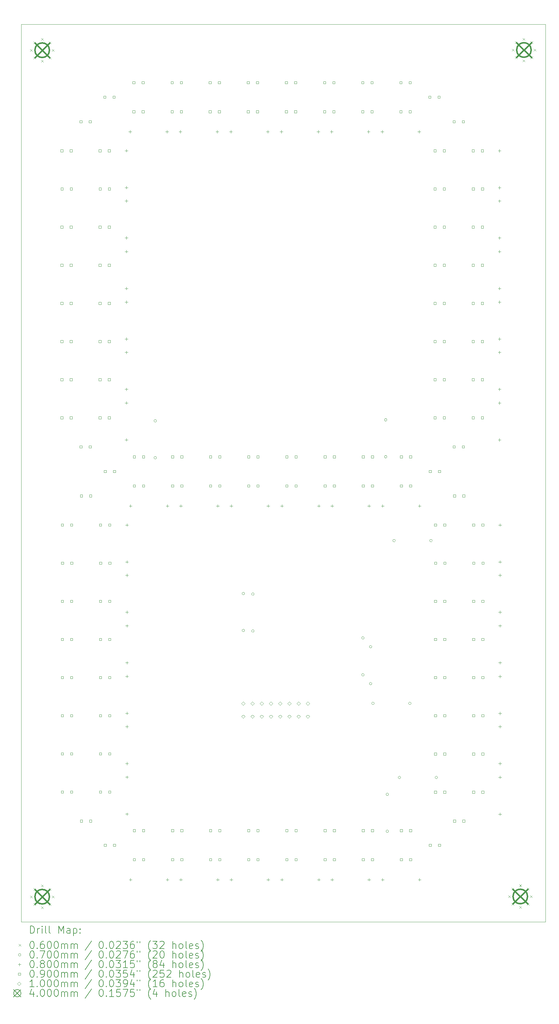
<source format=gbr>
%FSLAX45Y45*%
G04 Gerber Fmt 4.5, Leading zero omitted, Abs format (unit mm)*
G04 Created by KiCad (PCBNEW (6.0.6)) date 2022-10-07 01:39:29*
%MOMM*%
%LPD*%
G01*
G04 APERTURE LIST*
%TA.AperFunction,Profile*%
%ADD10C,0.100000*%
%TD*%
%ADD11C,0.200000*%
%ADD12C,0.060000*%
%ADD13C,0.070000*%
%ADD14C,0.080000*%
%ADD15C,0.090000*%
%ADD16C,0.100000*%
%ADD17C,0.400000*%
G04 APERTURE END LIST*
D10*
X45528000Y3579000D02*
X31090000Y3579000D01*
X31090000Y3579000D02*
X31090000Y-21121000D01*
X31090000Y-21121000D02*
X45528000Y-21121000D01*
X45528000Y-21121000D02*
X45528000Y3579000D01*
D11*
D12*
X31340000Y2900000D02*
X31400000Y2840000D01*
X31400000Y2900000D02*
X31340000Y2840000D01*
X31340000Y-20400000D02*
X31400000Y-20460000D01*
X31400000Y-20400000D02*
X31340000Y-20460000D01*
X31427868Y3112132D02*
X31487868Y3052132D01*
X31487868Y3112132D02*
X31427868Y3052132D01*
X31427868Y2687868D02*
X31487868Y2627868D01*
X31487868Y2687868D02*
X31427868Y2627868D01*
X31427868Y-20187868D02*
X31487868Y-20247868D01*
X31487868Y-20187868D02*
X31427868Y-20247868D01*
X31427868Y-20612132D02*
X31487868Y-20672132D01*
X31487868Y-20612132D02*
X31427868Y-20672132D01*
X31640000Y3200000D02*
X31700000Y3140000D01*
X31700000Y3200000D02*
X31640000Y3140000D01*
X31640000Y2600000D02*
X31700000Y2540000D01*
X31700000Y2600000D02*
X31640000Y2540000D01*
X31640000Y-20100000D02*
X31700000Y-20160000D01*
X31700000Y-20100000D02*
X31640000Y-20160000D01*
X31640000Y-20700000D02*
X31700000Y-20760000D01*
X31700000Y-20700000D02*
X31640000Y-20760000D01*
X31852132Y3112132D02*
X31912132Y3052132D01*
X31912132Y3112132D02*
X31852132Y3052132D01*
X31852132Y2687868D02*
X31912132Y2627868D01*
X31912132Y2687868D02*
X31852132Y2627868D01*
X31852132Y-20187868D02*
X31912132Y-20247868D01*
X31912132Y-20187868D02*
X31852132Y-20247868D01*
X31852132Y-20612132D02*
X31912132Y-20672132D01*
X31912132Y-20612132D02*
X31852132Y-20672132D01*
X31940000Y2900000D02*
X32000000Y2840000D01*
X32000000Y2900000D02*
X31940000Y2840000D01*
X31940000Y-20400000D02*
X32000000Y-20460000D01*
X32000000Y-20400000D02*
X31940000Y-20460000D01*
X44505000Y-20394000D02*
X44565000Y-20454000D01*
X44565000Y-20394000D02*
X44505000Y-20454000D01*
X44592868Y-20181868D02*
X44652868Y-20241868D01*
X44652868Y-20181868D02*
X44592868Y-20241868D01*
X44592868Y-20606132D02*
X44652868Y-20666132D01*
X44652868Y-20606132D02*
X44592868Y-20666132D01*
X44605000Y2906000D02*
X44665000Y2846000D01*
X44665000Y2906000D02*
X44605000Y2846000D01*
X44692868Y3118132D02*
X44752868Y3058132D01*
X44752868Y3118132D02*
X44692868Y3058132D01*
X44692868Y2693868D02*
X44752868Y2633868D01*
X44752868Y2693868D02*
X44692868Y2633868D01*
X44805000Y-20094000D02*
X44865000Y-20154000D01*
X44865000Y-20094000D02*
X44805000Y-20154000D01*
X44805000Y-20694000D02*
X44865000Y-20754000D01*
X44865000Y-20694000D02*
X44805000Y-20754000D01*
X44905000Y3206000D02*
X44965000Y3146000D01*
X44965000Y3206000D02*
X44905000Y3146000D01*
X44905000Y2606000D02*
X44965000Y2546000D01*
X44965000Y2606000D02*
X44905000Y2546000D01*
X45017132Y-20181868D02*
X45077132Y-20241868D01*
X45077132Y-20181868D02*
X45017132Y-20241868D01*
X45017132Y-20606132D02*
X45077132Y-20666132D01*
X45077132Y-20606132D02*
X45017132Y-20666132D01*
X45105000Y-20394000D02*
X45165000Y-20454000D01*
X45165000Y-20394000D02*
X45105000Y-20454000D01*
X45117132Y3118132D02*
X45177132Y3058132D01*
X45177132Y3118132D02*
X45117132Y3058132D01*
X45117132Y2693868D02*
X45177132Y2633868D01*
X45177132Y2693868D02*
X45117132Y2633868D01*
X45205000Y2906000D02*
X45265000Y2846000D01*
X45265000Y2906000D02*
X45205000Y2846000D01*
D13*
X34818000Y-7332000D02*
G75*
G03*
X34818000Y-7332000I-35000J0D01*
G01*
X34818000Y-8348000D02*
G75*
G03*
X34818000Y-8348000I-35000J0D01*
G01*
X37243000Y-12085000D02*
G75*
G03*
X37243000Y-12085000I-35000J0D01*
G01*
X37243000Y-13101000D02*
G75*
G03*
X37243000Y-13101000I-35000J0D01*
G01*
X37506000Y-12099000D02*
G75*
G03*
X37506000Y-12099000I-35000J0D01*
G01*
X37506000Y-13115000D02*
G75*
G03*
X37506000Y-13115000I-35000J0D01*
G01*
X40536000Y-13307000D02*
G75*
G03*
X40536000Y-13307000I-35000J0D01*
G01*
X40536000Y-14323000D02*
G75*
G03*
X40536000Y-14323000I-35000J0D01*
G01*
X40748000Y-13548000D02*
G75*
G03*
X40748000Y-13548000I-35000J0D01*
G01*
X40748000Y-14564000D02*
G75*
G03*
X40748000Y-14564000I-35000J0D01*
G01*
X40813000Y-15108000D02*
G75*
G03*
X40813000Y-15108000I-35000J0D01*
G01*
X41164000Y-7305000D02*
G75*
G03*
X41164000Y-7305000I-35000J0D01*
G01*
X41164000Y-8321000D02*
G75*
G03*
X41164000Y-8321000I-35000J0D01*
G01*
X41208000Y-17611000D02*
G75*
G03*
X41208000Y-17611000I-35000J0D01*
G01*
X41208000Y-18627000D02*
G75*
G03*
X41208000Y-18627000I-35000J0D01*
G01*
X41395000Y-10629000D02*
G75*
G03*
X41395000Y-10629000I-35000J0D01*
G01*
X41542000Y-17148000D02*
G75*
G03*
X41542000Y-17148000I-35000J0D01*
G01*
X41829000Y-15108000D02*
G75*
G03*
X41829000Y-15108000I-35000J0D01*
G01*
X42411000Y-10629000D02*
G75*
G03*
X42411000Y-10629000I-35000J0D01*
G01*
X42558000Y-17148000D02*
G75*
G03*
X42558000Y-17148000I-35000J0D01*
G01*
D14*
X33988000Y145000D02*
X33988000Y65000D01*
X33948000Y105000D02*
X34028000Y105000D01*
X33988000Y-871000D02*
X33988000Y-951000D01*
X33948000Y-911000D02*
X34028000Y-911000D01*
X33988000Y-1238000D02*
X33988000Y-1318000D01*
X33948000Y-1278000D02*
X34028000Y-1278000D01*
X33988000Y-2254000D02*
X33988000Y-2334000D01*
X33948000Y-2294000D02*
X34028000Y-2294000D01*
X33988000Y-2630000D02*
X33988000Y-2710000D01*
X33948000Y-2670000D02*
X34028000Y-2670000D01*
X33988000Y-3646000D02*
X33988000Y-3726000D01*
X33948000Y-3686000D02*
X34028000Y-3686000D01*
X33988000Y-4022000D02*
X33988000Y-4102000D01*
X33948000Y-4062000D02*
X34028000Y-4062000D01*
X33988000Y-5038000D02*
X33988000Y-5118000D01*
X33948000Y-5078000D02*
X34028000Y-5078000D01*
X33988000Y-5405000D02*
X33988000Y-5485000D01*
X33948000Y-5445000D02*
X34028000Y-5445000D01*
X33988000Y-6421000D02*
X33988000Y-6501000D01*
X33948000Y-6461000D02*
X34028000Y-6461000D01*
X33988000Y-6797000D02*
X33988000Y-6877000D01*
X33948000Y-6837000D02*
X34028000Y-6837000D01*
X33988000Y-7813000D02*
X33988000Y-7893000D01*
X33948000Y-7853000D02*
X34028000Y-7853000D01*
X34001250Y-10157000D02*
X34001250Y-10237000D01*
X33961250Y-10197000D02*
X34041250Y-10197000D01*
X34001250Y-11173000D02*
X34001250Y-11253000D01*
X33961250Y-11213000D02*
X34041250Y-11213000D01*
X34001250Y-11540000D02*
X34001250Y-11620000D01*
X33961250Y-11580000D02*
X34041250Y-11580000D01*
X34001250Y-12556000D02*
X34001250Y-12636000D01*
X33961250Y-12596000D02*
X34041250Y-12596000D01*
X34001250Y-12932000D02*
X34001250Y-13012000D01*
X33961250Y-12972000D02*
X34041250Y-12972000D01*
X34001250Y-13948000D02*
X34001250Y-14028000D01*
X33961250Y-13988000D02*
X34041250Y-13988000D01*
X34001250Y-14324000D02*
X34001250Y-14404000D01*
X33961250Y-14364000D02*
X34041250Y-14364000D01*
X34001250Y-15340000D02*
X34001250Y-15420000D01*
X33961250Y-15380000D02*
X34041250Y-15380000D01*
X34001250Y-15707000D02*
X34001250Y-15787000D01*
X33961250Y-15747000D02*
X34041250Y-15747000D01*
X34001250Y-16723000D02*
X34001250Y-16803000D01*
X33961250Y-16763000D02*
X34041250Y-16763000D01*
X34001250Y-17099000D02*
X34001250Y-17179000D01*
X33961250Y-17139000D02*
X34041250Y-17139000D01*
X34001250Y-18115000D02*
X34001250Y-18195000D01*
X33961250Y-18155000D02*
X34041250Y-18155000D01*
X34089000Y669000D02*
X34089000Y589000D01*
X34049000Y629000D02*
X34129000Y629000D01*
X34102000Y-19920000D02*
X34102000Y-20000000D01*
X34062000Y-19960000D02*
X34142000Y-19960000D01*
X34102250Y-9633000D02*
X34102250Y-9713000D01*
X34062250Y-9673000D02*
X34142250Y-9673000D01*
X35105000Y669000D02*
X35105000Y589000D01*
X35065000Y629000D02*
X35145000Y629000D01*
X35118000Y-19920000D02*
X35118000Y-20000000D01*
X35078000Y-19960000D02*
X35158000Y-19960000D01*
X35118250Y-9633000D02*
X35118250Y-9713000D01*
X35078250Y-9673000D02*
X35158250Y-9673000D01*
X35472000Y669000D02*
X35472000Y589000D01*
X35432000Y629000D02*
X35512000Y629000D01*
X35485000Y-19920000D02*
X35485000Y-20000000D01*
X35445000Y-19960000D02*
X35525000Y-19960000D01*
X35485250Y-9633000D02*
X35485250Y-9713000D01*
X35445250Y-9673000D02*
X35525250Y-9673000D01*
X36488000Y669000D02*
X36488000Y589000D01*
X36448000Y629000D02*
X36528000Y629000D01*
X36501000Y-19920000D02*
X36501000Y-20000000D01*
X36461000Y-19960000D02*
X36541000Y-19960000D01*
X36501250Y-9633000D02*
X36501250Y-9713000D01*
X36461250Y-9673000D02*
X36541250Y-9673000D01*
X36864000Y669000D02*
X36864000Y589000D01*
X36824000Y629000D02*
X36904000Y629000D01*
X36877000Y-19920000D02*
X36877000Y-20000000D01*
X36837000Y-19960000D02*
X36917000Y-19960000D01*
X36877250Y-9633000D02*
X36877250Y-9713000D01*
X36837250Y-9673000D02*
X36917250Y-9673000D01*
X37880000Y669000D02*
X37880000Y589000D01*
X37840000Y629000D02*
X37920000Y629000D01*
X37893000Y-19920000D02*
X37893000Y-20000000D01*
X37853000Y-19960000D02*
X37933000Y-19960000D01*
X37893250Y-9633000D02*
X37893250Y-9713000D01*
X37853250Y-9673000D02*
X37933250Y-9673000D01*
X38256000Y669000D02*
X38256000Y589000D01*
X38216000Y629000D02*
X38296000Y629000D01*
X38269000Y-19920000D02*
X38269000Y-20000000D01*
X38229000Y-19960000D02*
X38309000Y-19960000D01*
X38269250Y-9633000D02*
X38269250Y-9713000D01*
X38229250Y-9673000D02*
X38309250Y-9673000D01*
X39272000Y669000D02*
X39272000Y589000D01*
X39232000Y629000D02*
X39312000Y629000D01*
X39285000Y-19920000D02*
X39285000Y-20000000D01*
X39245000Y-19960000D02*
X39325000Y-19960000D01*
X39285250Y-9633000D02*
X39285250Y-9713000D01*
X39245250Y-9673000D02*
X39325250Y-9673000D01*
X39639000Y669000D02*
X39639000Y589000D01*
X39599000Y629000D02*
X39679000Y629000D01*
X39652000Y-19920000D02*
X39652000Y-20000000D01*
X39612000Y-19960000D02*
X39692000Y-19960000D01*
X39652250Y-9633000D02*
X39652250Y-9713000D01*
X39612250Y-9673000D02*
X39692250Y-9673000D01*
X40655000Y669000D02*
X40655000Y589000D01*
X40615000Y629000D02*
X40695000Y629000D01*
X40668000Y-19920000D02*
X40668000Y-20000000D01*
X40628000Y-19960000D02*
X40708000Y-19960000D01*
X40668250Y-9633000D02*
X40668250Y-9713000D01*
X40628250Y-9673000D02*
X40708250Y-9673000D01*
X41031000Y669000D02*
X41031000Y589000D01*
X40991000Y629000D02*
X41071000Y629000D01*
X41044000Y-19920000D02*
X41044000Y-20000000D01*
X41004000Y-19960000D02*
X41084000Y-19960000D01*
X41044250Y-9633000D02*
X41044250Y-9713000D01*
X41004250Y-9673000D02*
X41084250Y-9673000D01*
X42047000Y669000D02*
X42047000Y589000D01*
X42007000Y629000D02*
X42087000Y629000D01*
X42060000Y-19920000D02*
X42060000Y-20000000D01*
X42020000Y-19960000D02*
X42100000Y-19960000D01*
X42060250Y-9633000D02*
X42060250Y-9713000D01*
X42020250Y-9673000D02*
X42100250Y-9673000D01*
X44261500Y144000D02*
X44261500Y64000D01*
X44221500Y104000D02*
X44301500Y104000D01*
X44261500Y-872000D02*
X44261500Y-952000D01*
X44221500Y-912000D02*
X44301500Y-912000D01*
X44261500Y-1239000D02*
X44261500Y-1319000D01*
X44221500Y-1279000D02*
X44301500Y-1279000D01*
X44261500Y-2255000D02*
X44261500Y-2335000D01*
X44221500Y-2295000D02*
X44301500Y-2295000D01*
X44261500Y-2631000D02*
X44261500Y-2711000D01*
X44221500Y-2671000D02*
X44301500Y-2671000D01*
X44261500Y-3647000D02*
X44261500Y-3727000D01*
X44221500Y-3687000D02*
X44301500Y-3687000D01*
X44261500Y-4023000D02*
X44261500Y-4103000D01*
X44221500Y-4063000D02*
X44301500Y-4063000D01*
X44261500Y-5039000D02*
X44261500Y-5119000D01*
X44221500Y-5079000D02*
X44301500Y-5079000D01*
X44261500Y-5406000D02*
X44261500Y-5486000D01*
X44221500Y-5446000D02*
X44301500Y-5446000D01*
X44261500Y-6422000D02*
X44261500Y-6502000D01*
X44221500Y-6462000D02*
X44301500Y-6462000D01*
X44261500Y-6798000D02*
X44261500Y-6878000D01*
X44221500Y-6838000D02*
X44301500Y-6838000D01*
X44261500Y-7814000D02*
X44261500Y-7894000D01*
X44221500Y-7854000D02*
X44301500Y-7854000D01*
X44274750Y-10158000D02*
X44274750Y-10238000D01*
X44234750Y-10198000D02*
X44314750Y-10198000D01*
X44274750Y-11174000D02*
X44274750Y-11254000D01*
X44234750Y-11214000D02*
X44314750Y-11214000D01*
X44274750Y-11541000D02*
X44274750Y-11621000D01*
X44234750Y-11581000D02*
X44314750Y-11581000D01*
X44274750Y-12557000D02*
X44274750Y-12637000D01*
X44234750Y-12597000D02*
X44314750Y-12597000D01*
X44274750Y-12933000D02*
X44274750Y-13013000D01*
X44234750Y-12973000D02*
X44314750Y-12973000D01*
X44274750Y-13949000D02*
X44274750Y-14029000D01*
X44234750Y-13989000D02*
X44314750Y-13989000D01*
X44274750Y-14325000D02*
X44274750Y-14405000D01*
X44234750Y-14365000D02*
X44314750Y-14365000D01*
X44274750Y-15341000D02*
X44274750Y-15421000D01*
X44234750Y-15381000D02*
X44314750Y-15381000D01*
X44274750Y-15708000D02*
X44274750Y-15788000D01*
X44234750Y-15748000D02*
X44314750Y-15748000D01*
X44274750Y-16724000D02*
X44274750Y-16804000D01*
X44234750Y-16764000D02*
X44314750Y-16764000D01*
X44274750Y-17100000D02*
X44274750Y-17180000D01*
X44234750Y-17140000D02*
X44314750Y-17140000D01*
X44274750Y-18116000D02*
X44274750Y-18196000D01*
X44234750Y-18156000D02*
X44314750Y-18156000D01*
D15*
X32241820Y-4126820D02*
X32241820Y-4063180D01*
X32178180Y-4063180D01*
X32178180Y-4126820D01*
X32241820Y-4126820D01*
X32241820Y-7276820D02*
X32241820Y-7213180D01*
X32178180Y-7213180D01*
X32178180Y-7276820D01*
X32241820Y-7276820D01*
X32243320Y73180D02*
X32243320Y136820D01*
X32179680Y136820D01*
X32179680Y73180D01*
X32243320Y73180D01*
X32243320Y-2026820D02*
X32243320Y-1963180D01*
X32179680Y-1963180D01*
X32179680Y-2026820D01*
X32243320Y-2026820D01*
X32243320Y-3076820D02*
X32243320Y-3013180D01*
X32179680Y-3013180D01*
X32179680Y-3076820D01*
X32243320Y-3076820D01*
X32243320Y-5176820D02*
X32243320Y-5113180D01*
X32179680Y-5113180D01*
X32179680Y-5176820D01*
X32243320Y-5176820D01*
X32243320Y-6226820D02*
X32243320Y-6163180D01*
X32179680Y-6163180D01*
X32179680Y-6226820D01*
X32243320Y-6226820D01*
X32244820Y-976820D02*
X32244820Y-913180D01*
X32181180Y-913180D01*
X32181180Y-976820D01*
X32244820Y-976820D01*
X32255070Y-14428820D02*
X32255070Y-14365180D01*
X32191430Y-14365180D01*
X32191430Y-14428820D01*
X32255070Y-14428820D01*
X32255070Y-17578820D02*
X32255070Y-17515180D01*
X32191430Y-17515180D01*
X32191430Y-17578820D01*
X32255070Y-17578820D01*
X32256570Y-10228820D02*
X32256570Y-10165180D01*
X32192930Y-10165180D01*
X32192930Y-10228820D01*
X32256570Y-10228820D01*
X32256570Y-12328820D02*
X32256570Y-12265180D01*
X32192930Y-12265180D01*
X32192930Y-12328820D01*
X32256570Y-12328820D01*
X32256570Y-13378820D02*
X32256570Y-13315180D01*
X32192930Y-13315180D01*
X32192930Y-13378820D01*
X32256570Y-13378820D01*
X32256570Y-15478820D02*
X32256570Y-15415180D01*
X32192930Y-15415180D01*
X32192930Y-15478820D01*
X32256570Y-15478820D01*
X32256570Y-16528820D02*
X32256570Y-16465180D01*
X32192930Y-16465180D01*
X32192930Y-16528820D01*
X32256570Y-16528820D01*
X32258070Y-11278820D02*
X32258070Y-11215180D01*
X32194430Y-11215180D01*
X32194430Y-11278820D01*
X32258070Y-11278820D01*
X32495820Y-4126820D02*
X32495820Y-4063180D01*
X32432180Y-4063180D01*
X32432180Y-4126820D01*
X32495820Y-4126820D01*
X32495820Y-7276820D02*
X32495820Y-7213180D01*
X32432180Y-7213180D01*
X32432180Y-7276820D01*
X32495820Y-7276820D01*
X32497320Y73180D02*
X32497320Y136820D01*
X32433680Y136820D01*
X32433680Y73180D01*
X32497320Y73180D01*
X32497320Y-2026820D02*
X32497320Y-1963180D01*
X32433680Y-1963180D01*
X32433680Y-2026820D01*
X32497320Y-2026820D01*
X32497320Y-3076820D02*
X32497320Y-3013180D01*
X32433680Y-3013180D01*
X32433680Y-3076820D01*
X32497320Y-3076820D01*
X32497320Y-5176820D02*
X32497320Y-5113180D01*
X32433680Y-5113180D01*
X32433680Y-5176820D01*
X32497320Y-5176820D01*
X32497320Y-6226820D02*
X32497320Y-6163180D01*
X32433680Y-6163180D01*
X32433680Y-6226820D01*
X32497320Y-6226820D01*
X32498820Y-976820D02*
X32498820Y-913180D01*
X32435180Y-913180D01*
X32435180Y-976820D01*
X32498820Y-976820D01*
X32509070Y-14428820D02*
X32509070Y-14365180D01*
X32445430Y-14365180D01*
X32445430Y-14428820D01*
X32509070Y-14428820D01*
X32509070Y-17578820D02*
X32509070Y-17515180D01*
X32445430Y-17515180D01*
X32445430Y-17578820D01*
X32509070Y-17578820D01*
X32510570Y-10228820D02*
X32510570Y-10165180D01*
X32446930Y-10165180D01*
X32446930Y-10228820D01*
X32510570Y-10228820D01*
X32510570Y-12328820D02*
X32510570Y-12265180D01*
X32446930Y-12265180D01*
X32446930Y-12328820D01*
X32510570Y-12328820D01*
X32510570Y-13378820D02*
X32510570Y-13315180D01*
X32446930Y-13315180D01*
X32446930Y-13378820D01*
X32510570Y-13378820D01*
X32510570Y-15478820D02*
X32510570Y-15415180D01*
X32446930Y-15415180D01*
X32446930Y-15478820D01*
X32510570Y-15478820D01*
X32510570Y-16528820D02*
X32510570Y-16465180D01*
X32446930Y-16465180D01*
X32446930Y-16528820D01*
X32510570Y-16528820D01*
X32512070Y-11278820D02*
X32512070Y-11215180D01*
X32448430Y-11215180D01*
X32448430Y-11278820D01*
X32512070Y-11278820D01*
X32765820Y873180D02*
X32765820Y936820D01*
X32702180Y936820D01*
X32702180Y873180D01*
X32765820Y873180D01*
X32768320Y-8076820D02*
X32768320Y-8013180D01*
X32704680Y-8013180D01*
X32704680Y-8076820D01*
X32768320Y-8076820D01*
X32779070Y-9428820D02*
X32779070Y-9365180D01*
X32715430Y-9365180D01*
X32715430Y-9428820D01*
X32779070Y-9428820D01*
X32781570Y-18378820D02*
X32781570Y-18315180D01*
X32717930Y-18315180D01*
X32717930Y-18378820D01*
X32781570Y-18378820D01*
X33019820Y873180D02*
X33019820Y936820D01*
X32956180Y936820D01*
X32956180Y873180D01*
X33019820Y873180D01*
X33022320Y-8076820D02*
X33022320Y-8013180D01*
X32958680Y-8013180D01*
X32958680Y-8076820D01*
X33022320Y-8076820D01*
X33033070Y-9428820D02*
X33033070Y-9365180D01*
X32969430Y-9365180D01*
X32969430Y-9428820D01*
X33033070Y-9428820D01*
X33035570Y-18378820D02*
X33035570Y-18315180D01*
X32971930Y-18315180D01*
X32971930Y-18378820D01*
X33035570Y-18378820D01*
X33291820Y-4126820D02*
X33291820Y-4063180D01*
X33228180Y-4063180D01*
X33228180Y-4126820D01*
X33291820Y-4126820D01*
X33291820Y-7276820D02*
X33291820Y-7213180D01*
X33228180Y-7213180D01*
X33228180Y-7276820D01*
X33291820Y-7276820D01*
X33293320Y73180D02*
X33293320Y136820D01*
X33229680Y136820D01*
X33229680Y73180D01*
X33293320Y73180D01*
X33293320Y-2026820D02*
X33293320Y-1963180D01*
X33229680Y-1963180D01*
X33229680Y-2026820D01*
X33293320Y-2026820D01*
X33293320Y-3076820D02*
X33293320Y-3013180D01*
X33229680Y-3013180D01*
X33229680Y-3076820D01*
X33293320Y-3076820D01*
X33293320Y-5176820D02*
X33293320Y-5113180D01*
X33229680Y-5113180D01*
X33229680Y-5176820D01*
X33293320Y-5176820D01*
X33293320Y-6226820D02*
X33293320Y-6163180D01*
X33229680Y-6163180D01*
X33229680Y-6226820D01*
X33293320Y-6226820D01*
X33294820Y-976820D02*
X33294820Y-913180D01*
X33231180Y-913180D01*
X33231180Y-976820D01*
X33294820Y-976820D01*
X33305070Y-14428820D02*
X33305070Y-14365180D01*
X33241430Y-14365180D01*
X33241430Y-14428820D01*
X33305070Y-14428820D01*
X33305070Y-17578820D02*
X33305070Y-17515180D01*
X33241430Y-17515180D01*
X33241430Y-17578820D01*
X33305070Y-17578820D01*
X33306570Y-10228820D02*
X33306570Y-10165180D01*
X33242930Y-10165180D01*
X33242930Y-10228820D01*
X33306570Y-10228820D01*
X33306570Y-12328820D02*
X33306570Y-12265180D01*
X33242930Y-12265180D01*
X33242930Y-12328820D01*
X33306570Y-12328820D01*
X33306570Y-13378820D02*
X33306570Y-13315180D01*
X33242930Y-13315180D01*
X33242930Y-13378820D01*
X33306570Y-13378820D01*
X33306570Y-15478820D02*
X33306570Y-15415180D01*
X33242930Y-15415180D01*
X33242930Y-15478820D01*
X33306570Y-15478820D01*
X33306570Y-16528820D02*
X33306570Y-16465180D01*
X33242930Y-16465180D01*
X33242930Y-16528820D01*
X33306570Y-16528820D01*
X33308070Y-11278820D02*
X33308070Y-11215180D01*
X33244430Y-11215180D01*
X33244430Y-11278820D01*
X33308070Y-11278820D01*
X33424820Y1547180D02*
X33424820Y1610820D01*
X33361180Y1610820D01*
X33361180Y1547180D01*
X33424820Y1547180D01*
X33437820Y-19041820D02*
X33437820Y-18978180D01*
X33374180Y-18978180D01*
X33374180Y-19041820D01*
X33437820Y-19041820D01*
X33438070Y-8754820D02*
X33438070Y-8691180D01*
X33374430Y-8691180D01*
X33374430Y-8754820D01*
X33438070Y-8754820D01*
X33545820Y-4126820D02*
X33545820Y-4063180D01*
X33482180Y-4063180D01*
X33482180Y-4126820D01*
X33545820Y-4126820D01*
X33545820Y-7276820D02*
X33545820Y-7213180D01*
X33482180Y-7213180D01*
X33482180Y-7276820D01*
X33545820Y-7276820D01*
X33547320Y73180D02*
X33547320Y136820D01*
X33483680Y136820D01*
X33483680Y73180D01*
X33547320Y73180D01*
X33547320Y-2026820D02*
X33547320Y-1963180D01*
X33483680Y-1963180D01*
X33483680Y-2026820D01*
X33547320Y-2026820D01*
X33547320Y-3076820D02*
X33547320Y-3013180D01*
X33483680Y-3013180D01*
X33483680Y-3076820D01*
X33547320Y-3076820D01*
X33547320Y-5176820D02*
X33547320Y-5113180D01*
X33483680Y-5113180D01*
X33483680Y-5176820D01*
X33547320Y-5176820D01*
X33547320Y-6226820D02*
X33547320Y-6163180D01*
X33483680Y-6163180D01*
X33483680Y-6226820D01*
X33547320Y-6226820D01*
X33548820Y-976820D02*
X33548820Y-913180D01*
X33485180Y-913180D01*
X33485180Y-976820D01*
X33548820Y-976820D01*
X33559070Y-14428820D02*
X33559070Y-14365180D01*
X33495430Y-14365180D01*
X33495430Y-14428820D01*
X33559070Y-14428820D01*
X33559070Y-17578820D02*
X33559070Y-17515180D01*
X33495430Y-17515180D01*
X33495430Y-17578820D01*
X33559070Y-17578820D01*
X33560570Y-10228820D02*
X33560570Y-10165180D01*
X33496930Y-10165180D01*
X33496930Y-10228820D01*
X33560570Y-10228820D01*
X33560570Y-12328820D02*
X33560570Y-12265180D01*
X33496930Y-12265180D01*
X33496930Y-12328820D01*
X33560570Y-12328820D01*
X33560570Y-13378820D02*
X33560570Y-13315180D01*
X33496930Y-13315180D01*
X33496930Y-13378820D01*
X33560570Y-13378820D01*
X33560570Y-15478820D02*
X33560570Y-15415180D01*
X33496930Y-15415180D01*
X33496930Y-15478820D01*
X33560570Y-15478820D01*
X33560570Y-16528820D02*
X33560570Y-16465180D01*
X33496930Y-16465180D01*
X33496930Y-16528820D01*
X33560570Y-16528820D01*
X33562070Y-11278820D02*
X33562070Y-11215180D01*
X33498430Y-11215180D01*
X33498430Y-11278820D01*
X33562070Y-11278820D01*
X33678820Y1547180D02*
X33678820Y1610820D01*
X33615180Y1610820D01*
X33615180Y1547180D01*
X33678820Y1547180D01*
X33691820Y-19041820D02*
X33691820Y-18978180D01*
X33628180Y-18978180D01*
X33628180Y-19041820D01*
X33691820Y-19041820D01*
X33692070Y-8754820D02*
X33692070Y-8691180D01*
X33628430Y-8691180D01*
X33628430Y-8754820D01*
X33692070Y-8754820D01*
X34222320Y1947180D02*
X34222320Y2010820D01*
X34158680Y2010820D01*
X34158680Y1947180D01*
X34222320Y1947180D01*
X34222320Y1147180D02*
X34222320Y1210820D01*
X34158680Y1210820D01*
X34158680Y1147180D01*
X34222320Y1147180D01*
X34235320Y-18641820D02*
X34235320Y-18578180D01*
X34171680Y-18578180D01*
X34171680Y-18641820D01*
X34235320Y-18641820D01*
X34235320Y-19441820D02*
X34235320Y-19378180D01*
X34171680Y-19378180D01*
X34171680Y-19441820D01*
X34235320Y-19441820D01*
X34235570Y-8354820D02*
X34235570Y-8291180D01*
X34171930Y-8291180D01*
X34171930Y-8354820D01*
X34235570Y-8354820D01*
X34235570Y-9154820D02*
X34235570Y-9091180D01*
X34171930Y-9091180D01*
X34171930Y-9154820D01*
X34235570Y-9154820D01*
X34476320Y1947180D02*
X34476320Y2010820D01*
X34412680Y2010820D01*
X34412680Y1947180D01*
X34476320Y1947180D01*
X34476320Y1147180D02*
X34476320Y1210820D01*
X34412680Y1210820D01*
X34412680Y1147180D01*
X34476320Y1147180D01*
X34489320Y-18641820D02*
X34489320Y-18578180D01*
X34425680Y-18578180D01*
X34425680Y-18641820D01*
X34489320Y-18641820D01*
X34489320Y-19441820D02*
X34489320Y-19378180D01*
X34425680Y-19378180D01*
X34425680Y-19441820D01*
X34489320Y-19441820D01*
X34489570Y-8354820D02*
X34489570Y-8291180D01*
X34425930Y-8291180D01*
X34425930Y-8354820D01*
X34489570Y-8354820D01*
X34489570Y-9154820D02*
X34489570Y-9091180D01*
X34425930Y-9091180D01*
X34425930Y-9154820D01*
X34489570Y-9154820D01*
X35276320Y1947180D02*
X35276320Y2010820D01*
X35212680Y2010820D01*
X35212680Y1947180D01*
X35276320Y1947180D01*
X35276320Y1147180D02*
X35276320Y1210820D01*
X35212680Y1210820D01*
X35212680Y1147180D01*
X35276320Y1147180D01*
X35289320Y-18641820D02*
X35289320Y-18578180D01*
X35225680Y-18578180D01*
X35225680Y-18641820D01*
X35289320Y-18641820D01*
X35289320Y-19441820D02*
X35289320Y-19378180D01*
X35225680Y-19378180D01*
X35225680Y-19441820D01*
X35289320Y-19441820D01*
X35289570Y-8354820D02*
X35289570Y-8291180D01*
X35225930Y-8291180D01*
X35225930Y-8354820D01*
X35289570Y-8354820D01*
X35289570Y-9154820D02*
X35289570Y-9091180D01*
X35225930Y-9091180D01*
X35225930Y-9154820D01*
X35289570Y-9154820D01*
X35530320Y1947180D02*
X35530320Y2010820D01*
X35466680Y2010820D01*
X35466680Y1947180D01*
X35530320Y1947180D01*
X35530320Y1147180D02*
X35530320Y1210820D01*
X35466680Y1210820D01*
X35466680Y1147180D01*
X35530320Y1147180D01*
X35543320Y-18641820D02*
X35543320Y-18578180D01*
X35479680Y-18578180D01*
X35479680Y-18641820D01*
X35543320Y-18641820D01*
X35543320Y-19441820D02*
X35543320Y-19378180D01*
X35479680Y-19378180D01*
X35479680Y-19441820D01*
X35543320Y-19441820D01*
X35543570Y-8354820D02*
X35543570Y-8291180D01*
X35479930Y-8291180D01*
X35479930Y-8354820D01*
X35543570Y-8354820D01*
X35543570Y-9154820D02*
X35543570Y-9091180D01*
X35479930Y-9091180D01*
X35479930Y-9154820D01*
X35543570Y-9154820D01*
X36322320Y1947180D02*
X36322320Y2010820D01*
X36258680Y2010820D01*
X36258680Y1947180D01*
X36322320Y1947180D01*
X36322320Y1147180D02*
X36322320Y1210820D01*
X36258680Y1210820D01*
X36258680Y1147180D01*
X36322320Y1147180D01*
X36335320Y-18641820D02*
X36335320Y-18578180D01*
X36271680Y-18578180D01*
X36271680Y-18641820D01*
X36335320Y-18641820D01*
X36335320Y-19441820D02*
X36335320Y-19378180D01*
X36271680Y-19378180D01*
X36271680Y-19441820D01*
X36335320Y-19441820D01*
X36335570Y-8354820D02*
X36335570Y-8291180D01*
X36271930Y-8291180D01*
X36271930Y-8354820D01*
X36335570Y-8354820D01*
X36335570Y-9154820D02*
X36335570Y-9091180D01*
X36271930Y-9091180D01*
X36271930Y-9154820D01*
X36335570Y-9154820D01*
X36576320Y1947180D02*
X36576320Y2010820D01*
X36512680Y2010820D01*
X36512680Y1947180D01*
X36576320Y1947180D01*
X36576320Y1147180D02*
X36576320Y1210820D01*
X36512680Y1210820D01*
X36512680Y1147180D01*
X36576320Y1147180D01*
X36589320Y-18641820D02*
X36589320Y-18578180D01*
X36525680Y-18578180D01*
X36525680Y-18641820D01*
X36589320Y-18641820D01*
X36589320Y-19441820D02*
X36589320Y-19378180D01*
X36525680Y-19378180D01*
X36525680Y-19441820D01*
X36589320Y-19441820D01*
X36589570Y-8354820D02*
X36589570Y-8291180D01*
X36525930Y-8291180D01*
X36525930Y-8354820D01*
X36589570Y-8354820D01*
X36589570Y-9154820D02*
X36589570Y-9091180D01*
X36525930Y-9091180D01*
X36525930Y-9154820D01*
X36589570Y-9154820D01*
X37372320Y1947180D02*
X37372320Y2010820D01*
X37308680Y2010820D01*
X37308680Y1947180D01*
X37372320Y1947180D01*
X37372320Y1147180D02*
X37372320Y1210820D01*
X37308680Y1210820D01*
X37308680Y1147180D01*
X37372320Y1147180D01*
X37385320Y-18641820D02*
X37385320Y-18578180D01*
X37321680Y-18578180D01*
X37321680Y-18641820D01*
X37385320Y-18641820D01*
X37385320Y-19441820D02*
X37385320Y-19378180D01*
X37321680Y-19378180D01*
X37321680Y-19441820D01*
X37385320Y-19441820D01*
X37385570Y-8354820D02*
X37385570Y-8291180D01*
X37321930Y-8291180D01*
X37321930Y-8354820D01*
X37385570Y-8354820D01*
X37385570Y-9154820D02*
X37385570Y-9091180D01*
X37321930Y-9091180D01*
X37321930Y-9154820D01*
X37385570Y-9154820D01*
X37626320Y1947180D02*
X37626320Y2010820D01*
X37562680Y2010820D01*
X37562680Y1947180D01*
X37626320Y1947180D01*
X37626320Y1147180D02*
X37626320Y1210820D01*
X37562680Y1210820D01*
X37562680Y1147180D01*
X37626320Y1147180D01*
X37639320Y-18641820D02*
X37639320Y-18578180D01*
X37575680Y-18578180D01*
X37575680Y-18641820D01*
X37639320Y-18641820D01*
X37639320Y-19441820D02*
X37639320Y-19378180D01*
X37575680Y-19378180D01*
X37575680Y-19441820D01*
X37639320Y-19441820D01*
X37639570Y-8354820D02*
X37639570Y-8291180D01*
X37575930Y-8291180D01*
X37575930Y-8354820D01*
X37639570Y-8354820D01*
X37639570Y-9154820D02*
X37639570Y-9091180D01*
X37575930Y-9091180D01*
X37575930Y-9154820D01*
X37639570Y-9154820D01*
X38422320Y1947180D02*
X38422320Y2010820D01*
X38358680Y2010820D01*
X38358680Y1947180D01*
X38422320Y1947180D01*
X38422320Y1147180D02*
X38422320Y1210820D01*
X38358680Y1210820D01*
X38358680Y1147180D01*
X38422320Y1147180D01*
X38435320Y-18641820D02*
X38435320Y-18578180D01*
X38371680Y-18578180D01*
X38371680Y-18641820D01*
X38435320Y-18641820D01*
X38435320Y-19441820D02*
X38435320Y-19378180D01*
X38371680Y-19378180D01*
X38371680Y-19441820D01*
X38435320Y-19441820D01*
X38435570Y-8354820D02*
X38435570Y-8291180D01*
X38371930Y-8291180D01*
X38371930Y-8354820D01*
X38435570Y-8354820D01*
X38435570Y-9154820D02*
X38435570Y-9091180D01*
X38371930Y-9091180D01*
X38371930Y-9154820D01*
X38435570Y-9154820D01*
X38676320Y1947180D02*
X38676320Y2010820D01*
X38612680Y2010820D01*
X38612680Y1947180D01*
X38676320Y1947180D01*
X38676320Y1147180D02*
X38676320Y1210820D01*
X38612680Y1210820D01*
X38612680Y1147180D01*
X38676320Y1147180D01*
X38689320Y-18641820D02*
X38689320Y-18578180D01*
X38625680Y-18578180D01*
X38625680Y-18641820D01*
X38689320Y-18641820D01*
X38689320Y-19441820D02*
X38689320Y-19378180D01*
X38625680Y-19378180D01*
X38625680Y-19441820D01*
X38689320Y-19441820D01*
X38689570Y-8354820D02*
X38689570Y-8291180D01*
X38625930Y-8291180D01*
X38625930Y-8354820D01*
X38689570Y-8354820D01*
X38689570Y-9154820D02*
X38689570Y-9091180D01*
X38625930Y-9091180D01*
X38625930Y-9154820D01*
X38689570Y-9154820D01*
X39476320Y1947180D02*
X39476320Y2010820D01*
X39412680Y2010820D01*
X39412680Y1947180D01*
X39476320Y1947180D01*
X39476320Y1147180D02*
X39476320Y1210820D01*
X39412680Y1210820D01*
X39412680Y1147180D01*
X39476320Y1147180D01*
X39489320Y-18641820D02*
X39489320Y-18578180D01*
X39425680Y-18578180D01*
X39425680Y-18641820D01*
X39489320Y-18641820D01*
X39489320Y-19441820D02*
X39489320Y-19378180D01*
X39425680Y-19378180D01*
X39425680Y-19441820D01*
X39489320Y-19441820D01*
X39489570Y-8354820D02*
X39489570Y-8291180D01*
X39425930Y-8291180D01*
X39425930Y-8354820D01*
X39489570Y-8354820D01*
X39489570Y-9154820D02*
X39489570Y-9091180D01*
X39425930Y-9091180D01*
X39425930Y-9154820D01*
X39489570Y-9154820D01*
X39730320Y1947180D02*
X39730320Y2010820D01*
X39666680Y2010820D01*
X39666680Y1947180D01*
X39730320Y1947180D01*
X39730320Y1147180D02*
X39730320Y1210820D01*
X39666680Y1210820D01*
X39666680Y1147180D01*
X39730320Y1147180D01*
X39743320Y-18641820D02*
X39743320Y-18578180D01*
X39679680Y-18578180D01*
X39679680Y-18641820D01*
X39743320Y-18641820D01*
X39743320Y-19441820D02*
X39743320Y-19378180D01*
X39679680Y-19378180D01*
X39679680Y-19441820D01*
X39743320Y-19441820D01*
X39743570Y-8354820D02*
X39743570Y-8291180D01*
X39679930Y-8291180D01*
X39679930Y-8354820D01*
X39743570Y-8354820D01*
X39743570Y-9154820D02*
X39743570Y-9091180D01*
X39679930Y-9091180D01*
X39679930Y-9154820D01*
X39743570Y-9154820D01*
X40526320Y1947180D02*
X40526320Y2010820D01*
X40462680Y2010820D01*
X40462680Y1947180D01*
X40526320Y1947180D01*
X40526320Y1147180D02*
X40526320Y1210820D01*
X40462680Y1210820D01*
X40462680Y1147180D01*
X40526320Y1147180D01*
X40539320Y-18641820D02*
X40539320Y-18578180D01*
X40475680Y-18578180D01*
X40475680Y-18641820D01*
X40539320Y-18641820D01*
X40539320Y-19441820D02*
X40539320Y-19378180D01*
X40475680Y-19378180D01*
X40475680Y-19441820D01*
X40539320Y-19441820D01*
X40539570Y-8354820D02*
X40539570Y-8291180D01*
X40475930Y-8291180D01*
X40475930Y-8354820D01*
X40539570Y-8354820D01*
X40539570Y-9154820D02*
X40539570Y-9091180D01*
X40475930Y-9091180D01*
X40475930Y-9154820D01*
X40539570Y-9154820D01*
X40780320Y1947180D02*
X40780320Y2010820D01*
X40716680Y2010820D01*
X40716680Y1947180D01*
X40780320Y1947180D01*
X40780320Y1147180D02*
X40780320Y1210820D01*
X40716680Y1210820D01*
X40716680Y1147180D01*
X40780320Y1147180D01*
X40793320Y-18641820D02*
X40793320Y-18578180D01*
X40729680Y-18578180D01*
X40729680Y-18641820D01*
X40793320Y-18641820D01*
X40793320Y-19441820D02*
X40793320Y-19378180D01*
X40729680Y-19378180D01*
X40729680Y-19441820D01*
X40793320Y-19441820D01*
X40793570Y-8354820D02*
X40793570Y-8291180D01*
X40729930Y-8291180D01*
X40729930Y-8354820D01*
X40793570Y-8354820D01*
X40793570Y-9154820D02*
X40793570Y-9091180D01*
X40729930Y-9091180D01*
X40729930Y-9154820D01*
X40793570Y-9154820D01*
X41576320Y1947180D02*
X41576320Y2010820D01*
X41512680Y2010820D01*
X41512680Y1947180D01*
X41576320Y1947180D01*
X41576320Y1147180D02*
X41576320Y1210820D01*
X41512680Y1210820D01*
X41512680Y1147180D01*
X41576320Y1147180D01*
X41589320Y-18641820D02*
X41589320Y-18578180D01*
X41525680Y-18578180D01*
X41525680Y-18641820D01*
X41589320Y-18641820D01*
X41589320Y-19441820D02*
X41589320Y-19378180D01*
X41525680Y-19378180D01*
X41525680Y-19441820D01*
X41589320Y-19441820D01*
X41589570Y-8354820D02*
X41589570Y-8291180D01*
X41525930Y-8291180D01*
X41525930Y-8354820D01*
X41589570Y-8354820D01*
X41589570Y-9154820D02*
X41589570Y-9091180D01*
X41525930Y-9091180D01*
X41525930Y-9154820D01*
X41589570Y-9154820D01*
X41830320Y1947180D02*
X41830320Y2010820D01*
X41766680Y2010820D01*
X41766680Y1947180D01*
X41830320Y1947180D01*
X41830320Y1147180D02*
X41830320Y1210820D01*
X41766680Y1210820D01*
X41766680Y1147180D01*
X41830320Y1147180D01*
X41843320Y-18641820D02*
X41843320Y-18578180D01*
X41779680Y-18578180D01*
X41779680Y-18641820D01*
X41843320Y-18641820D01*
X41843320Y-19441820D02*
X41843320Y-19378180D01*
X41779680Y-19378180D01*
X41779680Y-19441820D01*
X41843320Y-19441820D01*
X41843570Y-8354820D02*
X41843570Y-8291180D01*
X41779930Y-8291180D01*
X41779930Y-8354820D01*
X41843570Y-8354820D01*
X41843570Y-9154820D02*
X41843570Y-9091180D01*
X41779930Y-9091180D01*
X41779930Y-9154820D01*
X41843570Y-9154820D01*
X42372320Y1547180D02*
X42372320Y1610820D01*
X42308680Y1610820D01*
X42308680Y1547180D01*
X42372320Y1547180D01*
X42385320Y-19041820D02*
X42385320Y-18978180D01*
X42321680Y-18978180D01*
X42321680Y-19041820D01*
X42385320Y-19041820D01*
X42385570Y-8754820D02*
X42385570Y-8691180D01*
X42321930Y-8691180D01*
X42321930Y-8754820D01*
X42385570Y-8754820D01*
X42515320Y-4127820D02*
X42515320Y-4064180D01*
X42451680Y-4064180D01*
X42451680Y-4127820D01*
X42515320Y-4127820D01*
X42515320Y-7277820D02*
X42515320Y-7214180D01*
X42451680Y-7214180D01*
X42451680Y-7277820D01*
X42515320Y-7277820D01*
X42516820Y72180D02*
X42516820Y135820D01*
X42453180Y135820D01*
X42453180Y72180D01*
X42516820Y72180D01*
X42516820Y-2027820D02*
X42516820Y-1964180D01*
X42453180Y-1964180D01*
X42453180Y-2027820D01*
X42516820Y-2027820D01*
X42516820Y-3077820D02*
X42516820Y-3014180D01*
X42453180Y-3014180D01*
X42453180Y-3077820D01*
X42516820Y-3077820D01*
X42516820Y-5177820D02*
X42516820Y-5114180D01*
X42453180Y-5114180D01*
X42453180Y-5177820D01*
X42516820Y-5177820D01*
X42516820Y-6227820D02*
X42516820Y-6164180D01*
X42453180Y-6164180D01*
X42453180Y-6227820D01*
X42516820Y-6227820D01*
X42518320Y-977820D02*
X42518320Y-914180D01*
X42454680Y-914180D01*
X42454680Y-977820D01*
X42518320Y-977820D01*
X42528570Y-14429820D02*
X42528570Y-14366180D01*
X42464930Y-14366180D01*
X42464930Y-14429820D01*
X42528570Y-14429820D01*
X42528570Y-17579820D02*
X42528570Y-17516180D01*
X42464930Y-17516180D01*
X42464930Y-17579820D01*
X42528570Y-17579820D01*
X42530070Y-10229820D02*
X42530070Y-10166180D01*
X42466430Y-10166180D01*
X42466430Y-10229820D01*
X42530070Y-10229820D01*
X42530070Y-12329820D02*
X42530070Y-12266180D01*
X42466430Y-12266180D01*
X42466430Y-12329820D01*
X42530070Y-12329820D01*
X42530070Y-13379820D02*
X42530070Y-13316180D01*
X42466430Y-13316180D01*
X42466430Y-13379820D01*
X42530070Y-13379820D01*
X42530070Y-15479820D02*
X42530070Y-15416180D01*
X42466430Y-15416180D01*
X42466430Y-15479820D01*
X42530070Y-15479820D01*
X42530070Y-16529820D02*
X42530070Y-16466180D01*
X42466430Y-16466180D01*
X42466430Y-16529820D01*
X42530070Y-16529820D01*
X42531570Y-11279820D02*
X42531570Y-11216180D01*
X42467930Y-11216180D01*
X42467930Y-11279820D01*
X42531570Y-11279820D01*
X42626320Y1547180D02*
X42626320Y1610820D01*
X42562680Y1610820D01*
X42562680Y1547180D01*
X42626320Y1547180D01*
X42639320Y-19041820D02*
X42639320Y-18978180D01*
X42575680Y-18978180D01*
X42575680Y-19041820D01*
X42639320Y-19041820D01*
X42639570Y-8754820D02*
X42639570Y-8691180D01*
X42575930Y-8691180D01*
X42575930Y-8754820D01*
X42639570Y-8754820D01*
X42769320Y-4127820D02*
X42769320Y-4064180D01*
X42705680Y-4064180D01*
X42705680Y-4127820D01*
X42769320Y-4127820D01*
X42769320Y-7277820D02*
X42769320Y-7214180D01*
X42705680Y-7214180D01*
X42705680Y-7277820D01*
X42769320Y-7277820D01*
X42770820Y72180D02*
X42770820Y135820D01*
X42707180Y135820D01*
X42707180Y72180D01*
X42770820Y72180D01*
X42770820Y-2027820D02*
X42770820Y-1964180D01*
X42707180Y-1964180D01*
X42707180Y-2027820D01*
X42770820Y-2027820D01*
X42770820Y-3077820D02*
X42770820Y-3014180D01*
X42707180Y-3014180D01*
X42707180Y-3077820D01*
X42770820Y-3077820D01*
X42770820Y-5177820D02*
X42770820Y-5114180D01*
X42707180Y-5114180D01*
X42707180Y-5177820D01*
X42770820Y-5177820D01*
X42770820Y-6227820D02*
X42770820Y-6164180D01*
X42707180Y-6164180D01*
X42707180Y-6227820D01*
X42770820Y-6227820D01*
X42772320Y-977820D02*
X42772320Y-914180D01*
X42708680Y-914180D01*
X42708680Y-977820D01*
X42772320Y-977820D01*
X42782570Y-14429820D02*
X42782570Y-14366180D01*
X42718930Y-14366180D01*
X42718930Y-14429820D01*
X42782570Y-14429820D01*
X42782570Y-17579820D02*
X42782570Y-17516180D01*
X42718930Y-17516180D01*
X42718930Y-17579820D01*
X42782570Y-17579820D01*
X42784070Y-10229820D02*
X42784070Y-10166180D01*
X42720430Y-10166180D01*
X42720430Y-10229820D01*
X42784070Y-10229820D01*
X42784070Y-12329820D02*
X42784070Y-12266180D01*
X42720430Y-12266180D01*
X42720430Y-12329820D01*
X42784070Y-12329820D01*
X42784070Y-13379820D02*
X42784070Y-13316180D01*
X42720430Y-13316180D01*
X42720430Y-13379820D01*
X42784070Y-13379820D01*
X42784070Y-15479820D02*
X42784070Y-15416180D01*
X42720430Y-15416180D01*
X42720430Y-15479820D01*
X42784070Y-15479820D01*
X42784070Y-16529820D02*
X42784070Y-16466180D01*
X42720430Y-16466180D01*
X42720430Y-16529820D01*
X42784070Y-16529820D01*
X42785570Y-11279820D02*
X42785570Y-11216180D01*
X42721930Y-11216180D01*
X42721930Y-11279820D01*
X42785570Y-11279820D01*
X43039320Y872180D02*
X43039320Y935820D01*
X42975680Y935820D01*
X42975680Y872180D01*
X43039320Y872180D01*
X43041820Y-8077820D02*
X43041820Y-8014180D01*
X42978180Y-8014180D01*
X42978180Y-8077820D01*
X43041820Y-8077820D01*
X43052570Y-9429820D02*
X43052570Y-9366180D01*
X42988930Y-9366180D01*
X42988930Y-9429820D01*
X43052570Y-9429820D01*
X43055070Y-18379820D02*
X43055070Y-18316180D01*
X42991430Y-18316180D01*
X42991430Y-18379820D01*
X43055070Y-18379820D01*
X43293320Y872180D02*
X43293320Y935820D01*
X43229680Y935820D01*
X43229680Y872180D01*
X43293320Y872180D01*
X43295820Y-8077820D02*
X43295820Y-8014180D01*
X43232180Y-8014180D01*
X43232180Y-8077820D01*
X43295820Y-8077820D01*
X43306570Y-9429820D02*
X43306570Y-9366180D01*
X43242930Y-9366180D01*
X43242930Y-9429820D01*
X43306570Y-9429820D01*
X43309070Y-18379820D02*
X43309070Y-18316180D01*
X43245430Y-18316180D01*
X43245430Y-18379820D01*
X43309070Y-18379820D01*
X43565320Y-4127820D02*
X43565320Y-4064180D01*
X43501680Y-4064180D01*
X43501680Y-4127820D01*
X43565320Y-4127820D01*
X43565320Y-7277820D02*
X43565320Y-7214180D01*
X43501680Y-7214180D01*
X43501680Y-7277820D01*
X43565320Y-7277820D01*
X43566820Y72180D02*
X43566820Y135820D01*
X43503180Y135820D01*
X43503180Y72180D01*
X43566820Y72180D01*
X43566820Y-2027820D02*
X43566820Y-1964180D01*
X43503180Y-1964180D01*
X43503180Y-2027820D01*
X43566820Y-2027820D01*
X43566820Y-3077820D02*
X43566820Y-3014180D01*
X43503180Y-3014180D01*
X43503180Y-3077820D01*
X43566820Y-3077820D01*
X43566820Y-5177820D02*
X43566820Y-5114180D01*
X43503180Y-5114180D01*
X43503180Y-5177820D01*
X43566820Y-5177820D01*
X43566820Y-6227820D02*
X43566820Y-6164180D01*
X43503180Y-6164180D01*
X43503180Y-6227820D01*
X43566820Y-6227820D01*
X43568320Y-977820D02*
X43568320Y-914180D01*
X43504680Y-914180D01*
X43504680Y-977820D01*
X43568320Y-977820D01*
X43578570Y-14429820D02*
X43578570Y-14366180D01*
X43514930Y-14366180D01*
X43514930Y-14429820D01*
X43578570Y-14429820D01*
X43578570Y-17579820D02*
X43578570Y-17516180D01*
X43514930Y-17516180D01*
X43514930Y-17579820D01*
X43578570Y-17579820D01*
X43580070Y-10229820D02*
X43580070Y-10166180D01*
X43516430Y-10166180D01*
X43516430Y-10229820D01*
X43580070Y-10229820D01*
X43580070Y-12329820D02*
X43580070Y-12266180D01*
X43516430Y-12266180D01*
X43516430Y-12329820D01*
X43580070Y-12329820D01*
X43580070Y-13379820D02*
X43580070Y-13316180D01*
X43516430Y-13316180D01*
X43516430Y-13379820D01*
X43580070Y-13379820D01*
X43580070Y-15479820D02*
X43580070Y-15416180D01*
X43516430Y-15416180D01*
X43516430Y-15479820D01*
X43580070Y-15479820D01*
X43580070Y-16529820D02*
X43580070Y-16466180D01*
X43516430Y-16466180D01*
X43516430Y-16529820D01*
X43580070Y-16529820D01*
X43581570Y-11279820D02*
X43581570Y-11216180D01*
X43517930Y-11216180D01*
X43517930Y-11279820D01*
X43581570Y-11279820D01*
X43819320Y-4127820D02*
X43819320Y-4064180D01*
X43755680Y-4064180D01*
X43755680Y-4127820D01*
X43819320Y-4127820D01*
X43819320Y-7277820D02*
X43819320Y-7214180D01*
X43755680Y-7214180D01*
X43755680Y-7277820D01*
X43819320Y-7277820D01*
X43820820Y72180D02*
X43820820Y135820D01*
X43757180Y135820D01*
X43757180Y72180D01*
X43820820Y72180D01*
X43820820Y-2027820D02*
X43820820Y-1964180D01*
X43757180Y-1964180D01*
X43757180Y-2027820D01*
X43820820Y-2027820D01*
X43820820Y-3077820D02*
X43820820Y-3014180D01*
X43757180Y-3014180D01*
X43757180Y-3077820D01*
X43820820Y-3077820D01*
X43820820Y-5177820D02*
X43820820Y-5114180D01*
X43757180Y-5114180D01*
X43757180Y-5177820D01*
X43820820Y-5177820D01*
X43820820Y-6227820D02*
X43820820Y-6164180D01*
X43757180Y-6164180D01*
X43757180Y-6227820D01*
X43820820Y-6227820D01*
X43822320Y-977820D02*
X43822320Y-914180D01*
X43758680Y-914180D01*
X43758680Y-977820D01*
X43822320Y-977820D01*
X43832570Y-14429820D02*
X43832570Y-14366180D01*
X43768930Y-14366180D01*
X43768930Y-14429820D01*
X43832570Y-14429820D01*
X43832570Y-17579820D02*
X43832570Y-17516180D01*
X43768930Y-17516180D01*
X43768930Y-17579820D01*
X43832570Y-17579820D01*
X43834070Y-10229820D02*
X43834070Y-10166180D01*
X43770430Y-10166180D01*
X43770430Y-10229820D01*
X43834070Y-10229820D01*
X43834070Y-12329820D02*
X43834070Y-12266180D01*
X43770430Y-12266180D01*
X43770430Y-12329820D01*
X43834070Y-12329820D01*
X43834070Y-13379820D02*
X43834070Y-13316180D01*
X43770430Y-13316180D01*
X43770430Y-13379820D01*
X43834070Y-13379820D01*
X43834070Y-15479820D02*
X43834070Y-15416180D01*
X43770430Y-15416180D01*
X43770430Y-15479820D01*
X43834070Y-15479820D01*
X43834070Y-16529820D02*
X43834070Y-16466180D01*
X43770430Y-16466180D01*
X43770430Y-16529820D01*
X43834070Y-16529820D01*
X43835570Y-11279820D02*
X43835570Y-11216180D01*
X43771930Y-11216180D01*
X43771930Y-11279820D01*
X43835570Y-11279820D01*
D16*
X37208000Y-15160000D02*
X37258000Y-15110000D01*
X37208000Y-15060000D01*
X37158000Y-15110000D01*
X37208000Y-15160000D01*
X37208500Y-15521000D02*
X37258500Y-15471000D01*
X37208500Y-15421000D01*
X37158500Y-15471000D01*
X37208500Y-15521000D01*
X37462000Y-15160000D02*
X37512000Y-15110000D01*
X37462000Y-15060000D01*
X37412000Y-15110000D01*
X37462000Y-15160000D01*
X37462500Y-15521000D02*
X37512500Y-15471000D01*
X37462500Y-15421000D01*
X37412500Y-15471000D01*
X37462500Y-15521000D01*
X37716000Y-15160000D02*
X37766000Y-15110000D01*
X37716000Y-15060000D01*
X37666000Y-15110000D01*
X37716000Y-15160000D01*
X37716500Y-15521000D02*
X37766500Y-15471000D01*
X37716500Y-15421000D01*
X37666500Y-15471000D01*
X37716500Y-15521000D01*
X37970000Y-15160000D02*
X38020000Y-15110000D01*
X37970000Y-15060000D01*
X37920000Y-15110000D01*
X37970000Y-15160000D01*
X37970500Y-15521000D02*
X38020500Y-15471000D01*
X37970500Y-15421000D01*
X37920500Y-15471000D01*
X37970500Y-15521000D01*
X38224000Y-15160000D02*
X38274000Y-15110000D01*
X38224000Y-15060000D01*
X38174000Y-15110000D01*
X38224000Y-15160000D01*
X38224500Y-15521000D02*
X38274500Y-15471000D01*
X38224500Y-15421000D01*
X38174500Y-15471000D01*
X38224500Y-15521000D01*
X38478000Y-15160000D02*
X38528000Y-15110000D01*
X38478000Y-15060000D01*
X38428000Y-15110000D01*
X38478000Y-15160000D01*
X38478500Y-15521000D02*
X38528500Y-15471000D01*
X38478500Y-15421000D01*
X38428500Y-15471000D01*
X38478500Y-15521000D01*
X38732000Y-15160000D02*
X38782000Y-15110000D01*
X38732000Y-15060000D01*
X38682000Y-15110000D01*
X38732000Y-15160000D01*
X38732500Y-15521000D02*
X38782500Y-15471000D01*
X38732500Y-15421000D01*
X38682500Y-15471000D01*
X38732500Y-15521000D01*
X38986000Y-15160000D02*
X39036000Y-15110000D01*
X38986000Y-15060000D01*
X38936000Y-15110000D01*
X38986000Y-15160000D01*
X38986500Y-15521000D02*
X39036500Y-15471000D01*
X38986500Y-15421000D01*
X38936500Y-15471000D01*
X38986500Y-15521000D01*
D17*
X31470000Y3070000D02*
X31870000Y2670000D01*
X31870000Y3070000D02*
X31470000Y2670000D01*
X31870000Y2870000D02*
G75*
G03*
X31870000Y2870000I-200000J0D01*
G01*
X31470000Y-20230000D02*
X31870000Y-20630000D01*
X31870000Y-20230000D02*
X31470000Y-20630000D01*
X31870000Y-20430000D02*
G75*
G03*
X31870000Y-20430000I-200000J0D01*
G01*
X44635000Y-20224000D02*
X45035000Y-20624000D01*
X45035000Y-20224000D02*
X44635000Y-20624000D01*
X45035000Y-20424000D02*
G75*
G03*
X45035000Y-20424000I-200000J0D01*
G01*
X44735000Y3076000D02*
X45135000Y2676000D01*
X45135000Y3076000D02*
X44735000Y2676000D01*
X45135000Y2876000D02*
G75*
G03*
X45135000Y2876000I-200000J0D01*
G01*
D11*
X31342619Y-21436476D02*
X31342619Y-21236476D01*
X31390238Y-21236476D01*
X31418809Y-21246000D01*
X31437857Y-21265048D01*
X31447381Y-21284095D01*
X31456905Y-21322190D01*
X31456905Y-21350762D01*
X31447381Y-21388857D01*
X31437857Y-21407905D01*
X31418809Y-21426952D01*
X31390238Y-21436476D01*
X31342619Y-21436476D01*
X31542619Y-21436476D02*
X31542619Y-21303143D01*
X31542619Y-21341238D02*
X31552143Y-21322190D01*
X31561667Y-21312667D01*
X31580714Y-21303143D01*
X31599762Y-21303143D01*
X31666428Y-21436476D02*
X31666428Y-21303143D01*
X31666428Y-21236476D02*
X31656905Y-21246000D01*
X31666428Y-21255524D01*
X31675952Y-21246000D01*
X31666428Y-21236476D01*
X31666428Y-21255524D01*
X31790238Y-21436476D02*
X31771190Y-21426952D01*
X31761667Y-21407905D01*
X31761667Y-21236476D01*
X31895000Y-21436476D02*
X31875952Y-21426952D01*
X31866428Y-21407905D01*
X31866428Y-21236476D01*
X32123571Y-21436476D02*
X32123571Y-21236476D01*
X32190238Y-21379333D01*
X32256905Y-21236476D01*
X32256905Y-21436476D01*
X32437857Y-21436476D02*
X32437857Y-21331714D01*
X32428333Y-21312667D01*
X32409286Y-21303143D01*
X32371190Y-21303143D01*
X32352143Y-21312667D01*
X32437857Y-21426952D02*
X32418809Y-21436476D01*
X32371190Y-21436476D01*
X32352143Y-21426952D01*
X32342619Y-21407905D01*
X32342619Y-21388857D01*
X32352143Y-21369810D01*
X32371190Y-21360286D01*
X32418809Y-21360286D01*
X32437857Y-21350762D01*
X32533095Y-21303143D02*
X32533095Y-21503143D01*
X32533095Y-21312667D02*
X32552143Y-21303143D01*
X32590238Y-21303143D01*
X32609286Y-21312667D01*
X32618809Y-21322190D01*
X32628333Y-21341238D01*
X32628333Y-21398381D01*
X32618809Y-21417429D01*
X32609286Y-21426952D01*
X32590238Y-21436476D01*
X32552143Y-21436476D01*
X32533095Y-21426952D01*
X32714048Y-21417429D02*
X32723571Y-21426952D01*
X32714048Y-21436476D01*
X32704524Y-21426952D01*
X32714048Y-21417429D01*
X32714048Y-21436476D01*
X32714048Y-21312667D02*
X32723571Y-21322190D01*
X32714048Y-21331714D01*
X32704524Y-21322190D01*
X32714048Y-21312667D01*
X32714048Y-21331714D01*
D12*
X31025000Y-21736000D02*
X31085000Y-21796000D01*
X31085000Y-21736000D02*
X31025000Y-21796000D01*
D11*
X31380714Y-21656476D02*
X31399762Y-21656476D01*
X31418809Y-21666000D01*
X31428333Y-21675524D01*
X31437857Y-21694571D01*
X31447381Y-21732667D01*
X31447381Y-21780286D01*
X31437857Y-21818381D01*
X31428333Y-21837429D01*
X31418809Y-21846952D01*
X31399762Y-21856476D01*
X31380714Y-21856476D01*
X31361667Y-21846952D01*
X31352143Y-21837429D01*
X31342619Y-21818381D01*
X31333095Y-21780286D01*
X31333095Y-21732667D01*
X31342619Y-21694571D01*
X31352143Y-21675524D01*
X31361667Y-21666000D01*
X31380714Y-21656476D01*
X31533095Y-21837429D02*
X31542619Y-21846952D01*
X31533095Y-21856476D01*
X31523571Y-21846952D01*
X31533095Y-21837429D01*
X31533095Y-21856476D01*
X31714048Y-21656476D02*
X31675952Y-21656476D01*
X31656905Y-21666000D01*
X31647381Y-21675524D01*
X31628333Y-21704095D01*
X31618809Y-21742190D01*
X31618809Y-21818381D01*
X31628333Y-21837429D01*
X31637857Y-21846952D01*
X31656905Y-21856476D01*
X31695000Y-21856476D01*
X31714048Y-21846952D01*
X31723571Y-21837429D01*
X31733095Y-21818381D01*
X31733095Y-21770762D01*
X31723571Y-21751714D01*
X31714048Y-21742190D01*
X31695000Y-21732667D01*
X31656905Y-21732667D01*
X31637857Y-21742190D01*
X31628333Y-21751714D01*
X31618809Y-21770762D01*
X31856905Y-21656476D02*
X31875952Y-21656476D01*
X31895000Y-21666000D01*
X31904524Y-21675524D01*
X31914048Y-21694571D01*
X31923571Y-21732667D01*
X31923571Y-21780286D01*
X31914048Y-21818381D01*
X31904524Y-21837429D01*
X31895000Y-21846952D01*
X31875952Y-21856476D01*
X31856905Y-21856476D01*
X31837857Y-21846952D01*
X31828333Y-21837429D01*
X31818809Y-21818381D01*
X31809286Y-21780286D01*
X31809286Y-21732667D01*
X31818809Y-21694571D01*
X31828333Y-21675524D01*
X31837857Y-21666000D01*
X31856905Y-21656476D01*
X32047381Y-21656476D02*
X32066428Y-21656476D01*
X32085476Y-21666000D01*
X32095000Y-21675524D01*
X32104524Y-21694571D01*
X32114048Y-21732667D01*
X32114048Y-21780286D01*
X32104524Y-21818381D01*
X32095000Y-21837429D01*
X32085476Y-21846952D01*
X32066428Y-21856476D01*
X32047381Y-21856476D01*
X32028333Y-21846952D01*
X32018809Y-21837429D01*
X32009286Y-21818381D01*
X31999762Y-21780286D01*
X31999762Y-21732667D01*
X32009286Y-21694571D01*
X32018809Y-21675524D01*
X32028333Y-21666000D01*
X32047381Y-21656476D01*
X32199762Y-21856476D02*
X32199762Y-21723143D01*
X32199762Y-21742190D02*
X32209286Y-21732667D01*
X32228333Y-21723143D01*
X32256905Y-21723143D01*
X32275952Y-21732667D01*
X32285476Y-21751714D01*
X32285476Y-21856476D01*
X32285476Y-21751714D02*
X32295000Y-21732667D01*
X32314048Y-21723143D01*
X32342619Y-21723143D01*
X32361667Y-21732667D01*
X32371190Y-21751714D01*
X32371190Y-21856476D01*
X32466428Y-21856476D02*
X32466428Y-21723143D01*
X32466428Y-21742190D02*
X32475952Y-21732667D01*
X32495000Y-21723143D01*
X32523571Y-21723143D01*
X32542619Y-21732667D01*
X32552143Y-21751714D01*
X32552143Y-21856476D01*
X32552143Y-21751714D02*
X32561667Y-21732667D01*
X32580714Y-21723143D01*
X32609286Y-21723143D01*
X32628333Y-21732667D01*
X32637857Y-21751714D01*
X32637857Y-21856476D01*
X33028333Y-21646952D02*
X32856905Y-21904095D01*
X33285476Y-21656476D02*
X33304524Y-21656476D01*
X33323571Y-21666000D01*
X33333095Y-21675524D01*
X33342619Y-21694571D01*
X33352143Y-21732667D01*
X33352143Y-21780286D01*
X33342619Y-21818381D01*
X33333095Y-21837429D01*
X33323571Y-21846952D01*
X33304524Y-21856476D01*
X33285476Y-21856476D01*
X33266428Y-21846952D01*
X33256905Y-21837429D01*
X33247381Y-21818381D01*
X33237857Y-21780286D01*
X33237857Y-21732667D01*
X33247381Y-21694571D01*
X33256905Y-21675524D01*
X33266428Y-21666000D01*
X33285476Y-21656476D01*
X33437857Y-21837429D02*
X33447381Y-21846952D01*
X33437857Y-21856476D01*
X33428333Y-21846952D01*
X33437857Y-21837429D01*
X33437857Y-21856476D01*
X33571190Y-21656476D02*
X33590238Y-21656476D01*
X33609286Y-21666000D01*
X33618810Y-21675524D01*
X33628333Y-21694571D01*
X33637857Y-21732667D01*
X33637857Y-21780286D01*
X33628333Y-21818381D01*
X33618810Y-21837429D01*
X33609286Y-21846952D01*
X33590238Y-21856476D01*
X33571190Y-21856476D01*
X33552143Y-21846952D01*
X33542619Y-21837429D01*
X33533095Y-21818381D01*
X33523571Y-21780286D01*
X33523571Y-21732667D01*
X33533095Y-21694571D01*
X33542619Y-21675524D01*
X33552143Y-21666000D01*
X33571190Y-21656476D01*
X33714048Y-21675524D02*
X33723571Y-21666000D01*
X33742619Y-21656476D01*
X33790238Y-21656476D01*
X33809286Y-21666000D01*
X33818810Y-21675524D01*
X33828333Y-21694571D01*
X33828333Y-21713619D01*
X33818810Y-21742190D01*
X33704524Y-21856476D01*
X33828333Y-21856476D01*
X33895000Y-21656476D02*
X34018810Y-21656476D01*
X33952143Y-21732667D01*
X33980714Y-21732667D01*
X33999762Y-21742190D01*
X34009286Y-21751714D01*
X34018810Y-21770762D01*
X34018810Y-21818381D01*
X34009286Y-21837429D01*
X33999762Y-21846952D01*
X33980714Y-21856476D01*
X33923571Y-21856476D01*
X33904524Y-21846952D01*
X33895000Y-21837429D01*
X34190238Y-21656476D02*
X34152143Y-21656476D01*
X34133095Y-21666000D01*
X34123571Y-21675524D01*
X34104524Y-21704095D01*
X34095000Y-21742190D01*
X34095000Y-21818381D01*
X34104524Y-21837429D01*
X34114048Y-21846952D01*
X34133095Y-21856476D01*
X34171190Y-21856476D01*
X34190238Y-21846952D01*
X34199762Y-21837429D01*
X34209286Y-21818381D01*
X34209286Y-21770762D01*
X34199762Y-21751714D01*
X34190238Y-21742190D01*
X34171190Y-21732667D01*
X34133095Y-21732667D01*
X34114048Y-21742190D01*
X34104524Y-21751714D01*
X34095000Y-21770762D01*
X34285476Y-21656476D02*
X34285476Y-21694571D01*
X34361667Y-21656476D02*
X34361667Y-21694571D01*
X34656905Y-21932667D02*
X34647381Y-21923143D01*
X34628333Y-21894571D01*
X34618810Y-21875524D01*
X34609286Y-21846952D01*
X34599762Y-21799333D01*
X34599762Y-21761238D01*
X34609286Y-21713619D01*
X34618810Y-21685048D01*
X34628333Y-21666000D01*
X34647381Y-21637429D01*
X34656905Y-21627905D01*
X34714048Y-21656476D02*
X34837857Y-21656476D01*
X34771190Y-21732667D01*
X34799762Y-21732667D01*
X34818810Y-21742190D01*
X34828333Y-21751714D01*
X34837857Y-21770762D01*
X34837857Y-21818381D01*
X34828333Y-21837429D01*
X34818810Y-21846952D01*
X34799762Y-21856476D01*
X34742619Y-21856476D01*
X34723571Y-21846952D01*
X34714048Y-21837429D01*
X34914048Y-21675524D02*
X34923571Y-21666000D01*
X34942619Y-21656476D01*
X34990238Y-21656476D01*
X35009286Y-21666000D01*
X35018810Y-21675524D01*
X35028333Y-21694571D01*
X35028333Y-21713619D01*
X35018810Y-21742190D01*
X34904524Y-21856476D01*
X35028333Y-21856476D01*
X35266429Y-21856476D02*
X35266429Y-21656476D01*
X35352143Y-21856476D02*
X35352143Y-21751714D01*
X35342619Y-21732667D01*
X35323571Y-21723143D01*
X35295000Y-21723143D01*
X35275952Y-21732667D01*
X35266429Y-21742190D01*
X35475952Y-21856476D02*
X35456905Y-21846952D01*
X35447381Y-21837429D01*
X35437857Y-21818381D01*
X35437857Y-21761238D01*
X35447381Y-21742190D01*
X35456905Y-21732667D01*
X35475952Y-21723143D01*
X35504524Y-21723143D01*
X35523571Y-21732667D01*
X35533095Y-21742190D01*
X35542619Y-21761238D01*
X35542619Y-21818381D01*
X35533095Y-21837429D01*
X35523571Y-21846952D01*
X35504524Y-21856476D01*
X35475952Y-21856476D01*
X35656905Y-21856476D02*
X35637857Y-21846952D01*
X35628333Y-21827905D01*
X35628333Y-21656476D01*
X35809286Y-21846952D02*
X35790238Y-21856476D01*
X35752143Y-21856476D01*
X35733095Y-21846952D01*
X35723571Y-21827905D01*
X35723571Y-21751714D01*
X35733095Y-21732667D01*
X35752143Y-21723143D01*
X35790238Y-21723143D01*
X35809286Y-21732667D01*
X35818810Y-21751714D01*
X35818810Y-21770762D01*
X35723571Y-21789810D01*
X35895000Y-21846952D02*
X35914048Y-21856476D01*
X35952143Y-21856476D01*
X35971190Y-21846952D01*
X35980714Y-21827905D01*
X35980714Y-21818381D01*
X35971190Y-21799333D01*
X35952143Y-21789810D01*
X35923571Y-21789810D01*
X35904524Y-21780286D01*
X35895000Y-21761238D01*
X35895000Y-21751714D01*
X35904524Y-21732667D01*
X35923571Y-21723143D01*
X35952143Y-21723143D01*
X35971190Y-21732667D01*
X36047381Y-21932667D02*
X36056905Y-21923143D01*
X36075952Y-21894571D01*
X36085476Y-21875524D01*
X36095000Y-21846952D01*
X36104524Y-21799333D01*
X36104524Y-21761238D01*
X36095000Y-21713619D01*
X36085476Y-21685048D01*
X36075952Y-21666000D01*
X36056905Y-21637429D01*
X36047381Y-21627905D01*
D13*
X31085000Y-22030000D02*
G75*
G03*
X31085000Y-22030000I-35000J0D01*
G01*
D11*
X31380714Y-21920476D02*
X31399762Y-21920476D01*
X31418809Y-21930000D01*
X31428333Y-21939524D01*
X31437857Y-21958571D01*
X31447381Y-21996667D01*
X31447381Y-22044286D01*
X31437857Y-22082381D01*
X31428333Y-22101429D01*
X31418809Y-22110952D01*
X31399762Y-22120476D01*
X31380714Y-22120476D01*
X31361667Y-22110952D01*
X31352143Y-22101429D01*
X31342619Y-22082381D01*
X31333095Y-22044286D01*
X31333095Y-21996667D01*
X31342619Y-21958571D01*
X31352143Y-21939524D01*
X31361667Y-21930000D01*
X31380714Y-21920476D01*
X31533095Y-22101429D02*
X31542619Y-22110952D01*
X31533095Y-22120476D01*
X31523571Y-22110952D01*
X31533095Y-22101429D01*
X31533095Y-22120476D01*
X31609286Y-21920476D02*
X31742619Y-21920476D01*
X31656905Y-22120476D01*
X31856905Y-21920476D02*
X31875952Y-21920476D01*
X31895000Y-21930000D01*
X31904524Y-21939524D01*
X31914048Y-21958571D01*
X31923571Y-21996667D01*
X31923571Y-22044286D01*
X31914048Y-22082381D01*
X31904524Y-22101429D01*
X31895000Y-22110952D01*
X31875952Y-22120476D01*
X31856905Y-22120476D01*
X31837857Y-22110952D01*
X31828333Y-22101429D01*
X31818809Y-22082381D01*
X31809286Y-22044286D01*
X31809286Y-21996667D01*
X31818809Y-21958571D01*
X31828333Y-21939524D01*
X31837857Y-21930000D01*
X31856905Y-21920476D01*
X32047381Y-21920476D02*
X32066428Y-21920476D01*
X32085476Y-21930000D01*
X32095000Y-21939524D01*
X32104524Y-21958571D01*
X32114048Y-21996667D01*
X32114048Y-22044286D01*
X32104524Y-22082381D01*
X32095000Y-22101429D01*
X32085476Y-22110952D01*
X32066428Y-22120476D01*
X32047381Y-22120476D01*
X32028333Y-22110952D01*
X32018809Y-22101429D01*
X32009286Y-22082381D01*
X31999762Y-22044286D01*
X31999762Y-21996667D01*
X32009286Y-21958571D01*
X32018809Y-21939524D01*
X32028333Y-21930000D01*
X32047381Y-21920476D01*
X32199762Y-22120476D02*
X32199762Y-21987143D01*
X32199762Y-22006190D02*
X32209286Y-21996667D01*
X32228333Y-21987143D01*
X32256905Y-21987143D01*
X32275952Y-21996667D01*
X32285476Y-22015714D01*
X32285476Y-22120476D01*
X32285476Y-22015714D02*
X32295000Y-21996667D01*
X32314048Y-21987143D01*
X32342619Y-21987143D01*
X32361667Y-21996667D01*
X32371190Y-22015714D01*
X32371190Y-22120476D01*
X32466428Y-22120476D02*
X32466428Y-21987143D01*
X32466428Y-22006190D02*
X32475952Y-21996667D01*
X32495000Y-21987143D01*
X32523571Y-21987143D01*
X32542619Y-21996667D01*
X32552143Y-22015714D01*
X32552143Y-22120476D01*
X32552143Y-22015714D02*
X32561667Y-21996667D01*
X32580714Y-21987143D01*
X32609286Y-21987143D01*
X32628333Y-21996667D01*
X32637857Y-22015714D01*
X32637857Y-22120476D01*
X33028333Y-21910952D02*
X32856905Y-22168095D01*
X33285476Y-21920476D02*
X33304524Y-21920476D01*
X33323571Y-21930000D01*
X33333095Y-21939524D01*
X33342619Y-21958571D01*
X33352143Y-21996667D01*
X33352143Y-22044286D01*
X33342619Y-22082381D01*
X33333095Y-22101429D01*
X33323571Y-22110952D01*
X33304524Y-22120476D01*
X33285476Y-22120476D01*
X33266428Y-22110952D01*
X33256905Y-22101429D01*
X33247381Y-22082381D01*
X33237857Y-22044286D01*
X33237857Y-21996667D01*
X33247381Y-21958571D01*
X33256905Y-21939524D01*
X33266428Y-21930000D01*
X33285476Y-21920476D01*
X33437857Y-22101429D02*
X33447381Y-22110952D01*
X33437857Y-22120476D01*
X33428333Y-22110952D01*
X33437857Y-22101429D01*
X33437857Y-22120476D01*
X33571190Y-21920476D02*
X33590238Y-21920476D01*
X33609286Y-21930000D01*
X33618810Y-21939524D01*
X33628333Y-21958571D01*
X33637857Y-21996667D01*
X33637857Y-22044286D01*
X33628333Y-22082381D01*
X33618810Y-22101429D01*
X33609286Y-22110952D01*
X33590238Y-22120476D01*
X33571190Y-22120476D01*
X33552143Y-22110952D01*
X33542619Y-22101429D01*
X33533095Y-22082381D01*
X33523571Y-22044286D01*
X33523571Y-21996667D01*
X33533095Y-21958571D01*
X33542619Y-21939524D01*
X33552143Y-21930000D01*
X33571190Y-21920476D01*
X33714048Y-21939524D02*
X33723571Y-21930000D01*
X33742619Y-21920476D01*
X33790238Y-21920476D01*
X33809286Y-21930000D01*
X33818810Y-21939524D01*
X33828333Y-21958571D01*
X33828333Y-21977619D01*
X33818810Y-22006190D01*
X33704524Y-22120476D01*
X33828333Y-22120476D01*
X33895000Y-21920476D02*
X34028333Y-21920476D01*
X33942619Y-22120476D01*
X34190238Y-21920476D02*
X34152143Y-21920476D01*
X34133095Y-21930000D01*
X34123571Y-21939524D01*
X34104524Y-21968095D01*
X34095000Y-22006190D01*
X34095000Y-22082381D01*
X34104524Y-22101429D01*
X34114048Y-22110952D01*
X34133095Y-22120476D01*
X34171190Y-22120476D01*
X34190238Y-22110952D01*
X34199762Y-22101429D01*
X34209286Y-22082381D01*
X34209286Y-22034762D01*
X34199762Y-22015714D01*
X34190238Y-22006190D01*
X34171190Y-21996667D01*
X34133095Y-21996667D01*
X34114048Y-22006190D01*
X34104524Y-22015714D01*
X34095000Y-22034762D01*
X34285476Y-21920476D02*
X34285476Y-21958571D01*
X34361667Y-21920476D02*
X34361667Y-21958571D01*
X34656905Y-22196667D02*
X34647381Y-22187143D01*
X34628333Y-22158571D01*
X34618810Y-22139524D01*
X34609286Y-22110952D01*
X34599762Y-22063333D01*
X34599762Y-22025238D01*
X34609286Y-21977619D01*
X34618810Y-21949048D01*
X34628333Y-21930000D01*
X34647381Y-21901429D01*
X34656905Y-21891905D01*
X34723571Y-21939524D02*
X34733095Y-21930000D01*
X34752143Y-21920476D01*
X34799762Y-21920476D01*
X34818810Y-21930000D01*
X34828333Y-21939524D01*
X34837857Y-21958571D01*
X34837857Y-21977619D01*
X34828333Y-22006190D01*
X34714048Y-22120476D01*
X34837857Y-22120476D01*
X34961667Y-21920476D02*
X34980714Y-21920476D01*
X34999762Y-21930000D01*
X35009286Y-21939524D01*
X35018810Y-21958571D01*
X35028333Y-21996667D01*
X35028333Y-22044286D01*
X35018810Y-22082381D01*
X35009286Y-22101429D01*
X34999762Y-22110952D01*
X34980714Y-22120476D01*
X34961667Y-22120476D01*
X34942619Y-22110952D01*
X34933095Y-22101429D01*
X34923571Y-22082381D01*
X34914048Y-22044286D01*
X34914048Y-21996667D01*
X34923571Y-21958571D01*
X34933095Y-21939524D01*
X34942619Y-21930000D01*
X34961667Y-21920476D01*
X35266429Y-22120476D02*
X35266429Y-21920476D01*
X35352143Y-22120476D02*
X35352143Y-22015714D01*
X35342619Y-21996667D01*
X35323571Y-21987143D01*
X35295000Y-21987143D01*
X35275952Y-21996667D01*
X35266429Y-22006190D01*
X35475952Y-22120476D02*
X35456905Y-22110952D01*
X35447381Y-22101429D01*
X35437857Y-22082381D01*
X35437857Y-22025238D01*
X35447381Y-22006190D01*
X35456905Y-21996667D01*
X35475952Y-21987143D01*
X35504524Y-21987143D01*
X35523571Y-21996667D01*
X35533095Y-22006190D01*
X35542619Y-22025238D01*
X35542619Y-22082381D01*
X35533095Y-22101429D01*
X35523571Y-22110952D01*
X35504524Y-22120476D01*
X35475952Y-22120476D01*
X35656905Y-22120476D02*
X35637857Y-22110952D01*
X35628333Y-22091905D01*
X35628333Y-21920476D01*
X35809286Y-22110952D02*
X35790238Y-22120476D01*
X35752143Y-22120476D01*
X35733095Y-22110952D01*
X35723571Y-22091905D01*
X35723571Y-22015714D01*
X35733095Y-21996667D01*
X35752143Y-21987143D01*
X35790238Y-21987143D01*
X35809286Y-21996667D01*
X35818810Y-22015714D01*
X35818810Y-22034762D01*
X35723571Y-22053810D01*
X35895000Y-22110952D02*
X35914048Y-22120476D01*
X35952143Y-22120476D01*
X35971190Y-22110952D01*
X35980714Y-22091905D01*
X35980714Y-22082381D01*
X35971190Y-22063333D01*
X35952143Y-22053810D01*
X35923571Y-22053810D01*
X35904524Y-22044286D01*
X35895000Y-22025238D01*
X35895000Y-22015714D01*
X35904524Y-21996667D01*
X35923571Y-21987143D01*
X35952143Y-21987143D01*
X35971190Y-21996667D01*
X36047381Y-22196667D02*
X36056905Y-22187143D01*
X36075952Y-22158571D01*
X36085476Y-22139524D01*
X36095000Y-22110952D01*
X36104524Y-22063333D01*
X36104524Y-22025238D01*
X36095000Y-21977619D01*
X36085476Y-21949048D01*
X36075952Y-21930000D01*
X36056905Y-21901429D01*
X36047381Y-21891905D01*
D14*
X31045000Y-22254000D02*
X31045000Y-22334000D01*
X31005000Y-22294000D02*
X31085000Y-22294000D01*
D11*
X31380714Y-22184476D02*
X31399762Y-22184476D01*
X31418809Y-22194000D01*
X31428333Y-22203524D01*
X31437857Y-22222571D01*
X31447381Y-22260667D01*
X31447381Y-22308286D01*
X31437857Y-22346381D01*
X31428333Y-22365429D01*
X31418809Y-22374952D01*
X31399762Y-22384476D01*
X31380714Y-22384476D01*
X31361667Y-22374952D01*
X31352143Y-22365429D01*
X31342619Y-22346381D01*
X31333095Y-22308286D01*
X31333095Y-22260667D01*
X31342619Y-22222571D01*
X31352143Y-22203524D01*
X31361667Y-22194000D01*
X31380714Y-22184476D01*
X31533095Y-22365429D02*
X31542619Y-22374952D01*
X31533095Y-22384476D01*
X31523571Y-22374952D01*
X31533095Y-22365429D01*
X31533095Y-22384476D01*
X31656905Y-22270190D02*
X31637857Y-22260667D01*
X31628333Y-22251143D01*
X31618809Y-22232095D01*
X31618809Y-22222571D01*
X31628333Y-22203524D01*
X31637857Y-22194000D01*
X31656905Y-22184476D01*
X31695000Y-22184476D01*
X31714048Y-22194000D01*
X31723571Y-22203524D01*
X31733095Y-22222571D01*
X31733095Y-22232095D01*
X31723571Y-22251143D01*
X31714048Y-22260667D01*
X31695000Y-22270190D01*
X31656905Y-22270190D01*
X31637857Y-22279714D01*
X31628333Y-22289238D01*
X31618809Y-22308286D01*
X31618809Y-22346381D01*
X31628333Y-22365429D01*
X31637857Y-22374952D01*
X31656905Y-22384476D01*
X31695000Y-22384476D01*
X31714048Y-22374952D01*
X31723571Y-22365429D01*
X31733095Y-22346381D01*
X31733095Y-22308286D01*
X31723571Y-22289238D01*
X31714048Y-22279714D01*
X31695000Y-22270190D01*
X31856905Y-22184476D02*
X31875952Y-22184476D01*
X31895000Y-22194000D01*
X31904524Y-22203524D01*
X31914048Y-22222571D01*
X31923571Y-22260667D01*
X31923571Y-22308286D01*
X31914048Y-22346381D01*
X31904524Y-22365429D01*
X31895000Y-22374952D01*
X31875952Y-22384476D01*
X31856905Y-22384476D01*
X31837857Y-22374952D01*
X31828333Y-22365429D01*
X31818809Y-22346381D01*
X31809286Y-22308286D01*
X31809286Y-22260667D01*
X31818809Y-22222571D01*
X31828333Y-22203524D01*
X31837857Y-22194000D01*
X31856905Y-22184476D01*
X32047381Y-22184476D02*
X32066428Y-22184476D01*
X32085476Y-22194000D01*
X32095000Y-22203524D01*
X32104524Y-22222571D01*
X32114048Y-22260667D01*
X32114048Y-22308286D01*
X32104524Y-22346381D01*
X32095000Y-22365429D01*
X32085476Y-22374952D01*
X32066428Y-22384476D01*
X32047381Y-22384476D01*
X32028333Y-22374952D01*
X32018809Y-22365429D01*
X32009286Y-22346381D01*
X31999762Y-22308286D01*
X31999762Y-22260667D01*
X32009286Y-22222571D01*
X32018809Y-22203524D01*
X32028333Y-22194000D01*
X32047381Y-22184476D01*
X32199762Y-22384476D02*
X32199762Y-22251143D01*
X32199762Y-22270190D02*
X32209286Y-22260667D01*
X32228333Y-22251143D01*
X32256905Y-22251143D01*
X32275952Y-22260667D01*
X32285476Y-22279714D01*
X32285476Y-22384476D01*
X32285476Y-22279714D02*
X32295000Y-22260667D01*
X32314048Y-22251143D01*
X32342619Y-22251143D01*
X32361667Y-22260667D01*
X32371190Y-22279714D01*
X32371190Y-22384476D01*
X32466428Y-22384476D02*
X32466428Y-22251143D01*
X32466428Y-22270190D02*
X32475952Y-22260667D01*
X32495000Y-22251143D01*
X32523571Y-22251143D01*
X32542619Y-22260667D01*
X32552143Y-22279714D01*
X32552143Y-22384476D01*
X32552143Y-22279714D02*
X32561667Y-22260667D01*
X32580714Y-22251143D01*
X32609286Y-22251143D01*
X32628333Y-22260667D01*
X32637857Y-22279714D01*
X32637857Y-22384476D01*
X33028333Y-22174952D02*
X32856905Y-22432095D01*
X33285476Y-22184476D02*
X33304524Y-22184476D01*
X33323571Y-22194000D01*
X33333095Y-22203524D01*
X33342619Y-22222571D01*
X33352143Y-22260667D01*
X33352143Y-22308286D01*
X33342619Y-22346381D01*
X33333095Y-22365429D01*
X33323571Y-22374952D01*
X33304524Y-22384476D01*
X33285476Y-22384476D01*
X33266428Y-22374952D01*
X33256905Y-22365429D01*
X33247381Y-22346381D01*
X33237857Y-22308286D01*
X33237857Y-22260667D01*
X33247381Y-22222571D01*
X33256905Y-22203524D01*
X33266428Y-22194000D01*
X33285476Y-22184476D01*
X33437857Y-22365429D02*
X33447381Y-22374952D01*
X33437857Y-22384476D01*
X33428333Y-22374952D01*
X33437857Y-22365429D01*
X33437857Y-22384476D01*
X33571190Y-22184476D02*
X33590238Y-22184476D01*
X33609286Y-22194000D01*
X33618810Y-22203524D01*
X33628333Y-22222571D01*
X33637857Y-22260667D01*
X33637857Y-22308286D01*
X33628333Y-22346381D01*
X33618810Y-22365429D01*
X33609286Y-22374952D01*
X33590238Y-22384476D01*
X33571190Y-22384476D01*
X33552143Y-22374952D01*
X33542619Y-22365429D01*
X33533095Y-22346381D01*
X33523571Y-22308286D01*
X33523571Y-22260667D01*
X33533095Y-22222571D01*
X33542619Y-22203524D01*
X33552143Y-22194000D01*
X33571190Y-22184476D01*
X33704524Y-22184476D02*
X33828333Y-22184476D01*
X33761667Y-22260667D01*
X33790238Y-22260667D01*
X33809286Y-22270190D01*
X33818810Y-22279714D01*
X33828333Y-22298762D01*
X33828333Y-22346381D01*
X33818810Y-22365429D01*
X33809286Y-22374952D01*
X33790238Y-22384476D01*
X33733095Y-22384476D01*
X33714048Y-22374952D01*
X33704524Y-22365429D01*
X34018810Y-22384476D02*
X33904524Y-22384476D01*
X33961667Y-22384476D02*
X33961667Y-22184476D01*
X33942619Y-22213048D01*
X33923571Y-22232095D01*
X33904524Y-22241619D01*
X34199762Y-22184476D02*
X34104524Y-22184476D01*
X34095000Y-22279714D01*
X34104524Y-22270190D01*
X34123571Y-22260667D01*
X34171190Y-22260667D01*
X34190238Y-22270190D01*
X34199762Y-22279714D01*
X34209286Y-22298762D01*
X34209286Y-22346381D01*
X34199762Y-22365429D01*
X34190238Y-22374952D01*
X34171190Y-22384476D01*
X34123571Y-22384476D01*
X34104524Y-22374952D01*
X34095000Y-22365429D01*
X34285476Y-22184476D02*
X34285476Y-22222571D01*
X34361667Y-22184476D02*
X34361667Y-22222571D01*
X34656905Y-22460667D02*
X34647381Y-22451143D01*
X34628333Y-22422571D01*
X34618810Y-22403524D01*
X34609286Y-22374952D01*
X34599762Y-22327333D01*
X34599762Y-22289238D01*
X34609286Y-22241619D01*
X34618810Y-22213048D01*
X34628333Y-22194000D01*
X34647381Y-22165429D01*
X34656905Y-22155905D01*
X34761667Y-22270190D02*
X34742619Y-22260667D01*
X34733095Y-22251143D01*
X34723571Y-22232095D01*
X34723571Y-22222571D01*
X34733095Y-22203524D01*
X34742619Y-22194000D01*
X34761667Y-22184476D01*
X34799762Y-22184476D01*
X34818810Y-22194000D01*
X34828333Y-22203524D01*
X34837857Y-22222571D01*
X34837857Y-22232095D01*
X34828333Y-22251143D01*
X34818810Y-22260667D01*
X34799762Y-22270190D01*
X34761667Y-22270190D01*
X34742619Y-22279714D01*
X34733095Y-22289238D01*
X34723571Y-22308286D01*
X34723571Y-22346381D01*
X34733095Y-22365429D01*
X34742619Y-22374952D01*
X34761667Y-22384476D01*
X34799762Y-22384476D01*
X34818810Y-22374952D01*
X34828333Y-22365429D01*
X34837857Y-22346381D01*
X34837857Y-22308286D01*
X34828333Y-22289238D01*
X34818810Y-22279714D01*
X34799762Y-22270190D01*
X35009286Y-22251143D02*
X35009286Y-22384476D01*
X34961667Y-22174952D02*
X34914048Y-22317810D01*
X35037857Y-22317810D01*
X35266429Y-22384476D02*
X35266429Y-22184476D01*
X35352143Y-22384476D02*
X35352143Y-22279714D01*
X35342619Y-22260667D01*
X35323571Y-22251143D01*
X35295000Y-22251143D01*
X35275952Y-22260667D01*
X35266429Y-22270190D01*
X35475952Y-22384476D02*
X35456905Y-22374952D01*
X35447381Y-22365429D01*
X35437857Y-22346381D01*
X35437857Y-22289238D01*
X35447381Y-22270190D01*
X35456905Y-22260667D01*
X35475952Y-22251143D01*
X35504524Y-22251143D01*
X35523571Y-22260667D01*
X35533095Y-22270190D01*
X35542619Y-22289238D01*
X35542619Y-22346381D01*
X35533095Y-22365429D01*
X35523571Y-22374952D01*
X35504524Y-22384476D01*
X35475952Y-22384476D01*
X35656905Y-22384476D02*
X35637857Y-22374952D01*
X35628333Y-22355905D01*
X35628333Y-22184476D01*
X35809286Y-22374952D02*
X35790238Y-22384476D01*
X35752143Y-22384476D01*
X35733095Y-22374952D01*
X35723571Y-22355905D01*
X35723571Y-22279714D01*
X35733095Y-22260667D01*
X35752143Y-22251143D01*
X35790238Y-22251143D01*
X35809286Y-22260667D01*
X35818810Y-22279714D01*
X35818810Y-22298762D01*
X35723571Y-22317810D01*
X35895000Y-22374952D02*
X35914048Y-22384476D01*
X35952143Y-22384476D01*
X35971190Y-22374952D01*
X35980714Y-22355905D01*
X35980714Y-22346381D01*
X35971190Y-22327333D01*
X35952143Y-22317810D01*
X35923571Y-22317810D01*
X35904524Y-22308286D01*
X35895000Y-22289238D01*
X35895000Y-22279714D01*
X35904524Y-22260667D01*
X35923571Y-22251143D01*
X35952143Y-22251143D01*
X35971190Y-22260667D01*
X36047381Y-22460667D02*
X36056905Y-22451143D01*
X36075952Y-22422571D01*
X36085476Y-22403524D01*
X36095000Y-22374952D01*
X36104524Y-22327333D01*
X36104524Y-22289238D01*
X36095000Y-22241619D01*
X36085476Y-22213048D01*
X36075952Y-22194000D01*
X36056905Y-22165429D01*
X36047381Y-22155905D01*
D15*
X31071820Y-22589820D02*
X31071820Y-22526180D01*
X31008180Y-22526180D01*
X31008180Y-22589820D01*
X31071820Y-22589820D01*
D11*
X31380714Y-22448476D02*
X31399762Y-22448476D01*
X31418809Y-22458000D01*
X31428333Y-22467524D01*
X31437857Y-22486571D01*
X31447381Y-22524667D01*
X31447381Y-22572286D01*
X31437857Y-22610381D01*
X31428333Y-22629428D01*
X31418809Y-22638952D01*
X31399762Y-22648476D01*
X31380714Y-22648476D01*
X31361667Y-22638952D01*
X31352143Y-22629428D01*
X31342619Y-22610381D01*
X31333095Y-22572286D01*
X31333095Y-22524667D01*
X31342619Y-22486571D01*
X31352143Y-22467524D01*
X31361667Y-22458000D01*
X31380714Y-22448476D01*
X31533095Y-22629428D02*
X31542619Y-22638952D01*
X31533095Y-22648476D01*
X31523571Y-22638952D01*
X31533095Y-22629428D01*
X31533095Y-22648476D01*
X31637857Y-22648476D02*
X31675952Y-22648476D01*
X31695000Y-22638952D01*
X31704524Y-22629428D01*
X31723571Y-22600857D01*
X31733095Y-22562762D01*
X31733095Y-22486571D01*
X31723571Y-22467524D01*
X31714048Y-22458000D01*
X31695000Y-22448476D01*
X31656905Y-22448476D01*
X31637857Y-22458000D01*
X31628333Y-22467524D01*
X31618809Y-22486571D01*
X31618809Y-22534190D01*
X31628333Y-22553238D01*
X31637857Y-22562762D01*
X31656905Y-22572286D01*
X31695000Y-22572286D01*
X31714048Y-22562762D01*
X31723571Y-22553238D01*
X31733095Y-22534190D01*
X31856905Y-22448476D02*
X31875952Y-22448476D01*
X31895000Y-22458000D01*
X31904524Y-22467524D01*
X31914048Y-22486571D01*
X31923571Y-22524667D01*
X31923571Y-22572286D01*
X31914048Y-22610381D01*
X31904524Y-22629428D01*
X31895000Y-22638952D01*
X31875952Y-22648476D01*
X31856905Y-22648476D01*
X31837857Y-22638952D01*
X31828333Y-22629428D01*
X31818809Y-22610381D01*
X31809286Y-22572286D01*
X31809286Y-22524667D01*
X31818809Y-22486571D01*
X31828333Y-22467524D01*
X31837857Y-22458000D01*
X31856905Y-22448476D01*
X32047381Y-22448476D02*
X32066428Y-22448476D01*
X32085476Y-22458000D01*
X32095000Y-22467524D01*
X32104524Y-22486571D01*
X32114048Y-22524667D01*
X32114048Y-22572286D01*
X32104524Y-22610381D01*
X32095000Y-22629428D01*
X32085476Y-22638952D01*
X32066428Y-22648476D01*
X32047381Y-22648476D01*
X32028333Y-22638952D01*
X32018809Y-22629428D01*
X32009286Y-22610381D01*
X31999762Y-22572286D01*
X31999762Y-22524667D01*
X32009286Y-22486571D01*
X32018809Y-22467524D01*
X32028333Y-22458000D01*
X32047381Y-22448476D01*
X32199762Y-22648476D02*
X32199762Y-22515143D01*
X32199762Y-22534190D02*
X32209286Y-22524667D01*
X32228333Y-22515143D01*
X32256905Y-22515143D01*
X32275952Y-22524667D01*
X32285476Y-22543714D01*
X32285476Y-22648476D01*
X32285476Y-22543714D02*
X32295000Y-22524667D01*
X32314048Y-22515143D01*
X32342619Y-22515143D01*
X32361667Y-22524667D01*
X32371190Y-22543714D01*
X32371190Y-22648476D01*
X32466428Y-22648476D02*
X32466428Y-22515143D01*
X32466428Y-22534190D02*
X32475952Y-22524667D01*
X32495000Y-22515143D01*
X32523571Y-22515143D01*
X32542619Y-22524667D01*
X32552143Y-22543714D01*
X32552143Y-22648476D01*
X32552143Y-22543714D02*
X32561667Y-22524667D01*
X32580714Y-22515143D01*
X32609286Y-22515143D01*
X32628333Y-22524667D01*
X32637857Y-22543714D01*
X32637857Y-22648476D01*
X33028333Y-22438952D02*
X32856905Y-22696095D01*
X33285476Y-22448476D02*
X33304524Y-22448476D01*
X33323571Y-22458000D01*
X33333095Y-22467524D01*
X33342619Y-22486571D01*
X33352143Y-22524667D01*
X33352143Y-22572286D01*
X33342619Y-22610381D01*
X33333095Y-22629428D01*
X33323571Y-22638952D01*
X33304524Y-22648476D01*
X33285476Y-22648476D01*
X33266428Y-22638952D01*
X33256905Y-22629428D01*
X33247381Y-22610381D01*
X33237857Y-22572286D01*
X33237857Y-22524667D01*
X33247381Y-22486571D01*
X33256905Y-22467524D01*
X33266428Y-22458000D01*
X33285476Y-22448476D01*
X33437857Y-22629428D02*
X33447381Y-22638952D01*
X33437857Y-22648476D01*
X33428333Y-22638952D01*
X33437857Y-22629428D01*
X33437857Y-22648476D01*
X33571190Y-22448476D02*
X33590238Y-22448476D01*
X33609286Y-22458000D01*
X33618810Y-22467524D01*
X33628333Y-22486571D01*
X33637857Y-22524667D01*
X33637857Y-22572286D01*
X33628333Y-22610381D01*
X33618810Y-22629428D01*
X33609286Y-22638952D01*
X33590238Y-22648476D01*
X33571190Y-22648476D01*
X33552143Y-22638952D01*
X33542619Y-22629428D01*
X33533095Y-22610381D01*
X33523571Y-22572286D01*
X33523571Y-22524667D01*
X33533095Y-22486571D01*
X33542619Y-22467524D01*
X33552143Y-22458000D01*
X33571190Y-22448476D01*
X33704524Y-22448476D02*
X33828333Y-22448476D01*
X33761667Y-22524667D01*
X33790238Y-22524667D01*
X33809286Y-22534190D01*
X33818810Y-22543714D01*
X33828333Y-22562762D01*
X33828333Y-22610381D01*
X33818810Y-22629428D01*
X33809286Y-22638952D01*
X33790238Y-22648476D01*
X33733095Y-22648476D01*
X33714048Y-22638952D01*
X33704524Y-22629428D01*
X34009286Y-22448476D02*
X33914048Y-22448476D01*
X33904524Y-22543714D01*
X33914048Y-22534190D01*
X33933095Y-22524667D01*
X33980714Y-22524667D01*
X33999762Y-22534190D01*
X34009286Y-22543714D01*
X34018810Y-22562762D01*
X34018810Y-22610381D01*
X34009286Y-22629428D01*
X33999762Y-22638952D01*
X33980714Y-22648476D01*
X33933095Y-22648476D01*
X33914048Y-22638952D01*
X33904524Y-22629428D01*
X34190238Y-22515143D02*
X34190238Y-22648476D01*
X34142619Y-22438952D02*
X34095000Y-22581809D01*
X34218810Y-22581809D01*
X34285476Y-22448476D02*
X34285476Y-22486571D01*
X34361667Y-22448476D02*
X34361667Y-22486571D01*
X34656905Y-22724667D02*
X34647381Y-22715143D01*
X34628333Y-22686571D01*
X34618810Y-22667524D01*
X34609286Y-22638952D01*
X34599762Y-22591333D01*
X34599762Y-22553238D01*
X34609286Y-22505619D01*
X34618810Y-22477048D01*
X34628333Y-22458000D01*
X34647381Y-22429428D01*
X34656905Y-22419905D01*
X34723571Y-22467524D02*
X34733095Y-22458000D01*
X34752143Y-22448476D01*
X34799762Y-22448476D01*
X34818810Y-22458000D01*
X34828333Y-22467524D01*
X34837857Y-22486571D01*
X34837857Y-22505619D01*
X34828333Y-22534190D01*
X34714048Y-22648476D01*
X34837857Y-22648476D01*
X35018810Y-22448476D02*
X34923571Y-22448476D01*
X34914048Y-22543714D01*
X34923571Y-22534190D01*
X34942619Y-22524667D01*
X34990238Y-22524667D01*
X35009286Y-22534190D01*
X35018810Y-22543714D01*
X35028333Y-22562762D01*
X35028333Y-22610381D01*
X35018810Y-22629428D01*
X35009286Y-22638952D01*
X34990238Y-22648476D01*
X34942619Y-22648476D01*
X34923571Y-22638952D01*
X34914048Y-22629428D01*
X35104524Y-22467524D02*
X35114048Y-22458000D01*
X35133095Y-22448476D01*
X35180714Y-22448476D01*
X35199762Y-22458000D01*
X35209286Y-22467524D01*
X35218810Y-22486571D01*
X35218810Y-22505619D01*
X35209286Y-22534190D01*
X35095000Y-22648476D01*
X35218810Y-22648476D01*
X35456905Y-22648476D02*
X35456905Y-22448476D01*
X35542619Y-22648476D02*
X35542619Y-22543714D01*
X35533095Y-22524667D01*
X35514048Y-22515143D01*
X35485476Y-22515143D01*
X35466429Y-22524667D01*
X35456905Y-22534190D01*
X35666429Y-22648476D02*
X35647381Y-22638952D01*
X35637857Y-22629428D01*
X35628333Y-22610381D01*
X35628333Y-22553238D01*
X35637857Y-22534190D01*
X35647381Y-22524667D01*
X35666429Y-22515143D01*
X35695000Y-22515143D01*
X35714048Y-22524667D01*
X35723571Y-22534190D01*
X35733095Y-22553238D01*
X35733095Y-22610381D01*
X35723571Y-22629428D01*
X35714048Y-22638952D01*
X35695000Y-22648476D01*
X35666429Y-22648476D01*
X35847381Y-22648476D02*
X35828333Y-22638952D01*
X35818810Y-22619905D01*
X35818810Y-22448476D01*
X35999762Y-22638952D02*
X35980714Y-22648476D01*
X35942619Y-22648476D01*
X35923571Y-22638952D01*
X35914048Y-22619905D01*
X35914048Y-22543714D01*
X35923571Y-22524667D01*
X35942619Y-22515143D01*
X35980714Y-22515143D01*
X35999762Y-22524667D01*
X36009286Y-22543714D01*
X36009286Y-22562762D01*
X35914048Y-22581809D01*
X36085476Y-22638952D02*
X36104524Y-22648476D01*
X36142619Y-22648476D01*
X36161667Y-22638952D01*
X36171190Y-22619905D01*
X36171190Y-22610381D01*
X36161667Y-22591333D01*
X36142619Y-22581809D01*
X36114048Y-22581809D01*
X36095000Y-22572286D01*
X36085476Y-22553238D01*
X36085476Y-22543714D01*
X36095000Y-22524667D01*
X36114048Y-22515143D01*
X36142619Y-22515143D01*
X36161667Y-22524667D01*
X36237857Y-22724667D02*
X36247381Y-22715143D01*
X36266429Y-22686571D01*
X36275952Y-22667524D01*
X36285476Y-22638952D01*
X36295000Y-22591333D01*
X36295000Y-22553238D01*
X36285476Y-22505619D01*
X36275952Y-22477048D01*
X36266429Y-22458000D01*
X36247381Y-22429428D01*
X36237857Y-22419905D01*
D16*
X31035000Y-22872000D02*
X31085000Y-22822000D01*
X31035000Y-22772000D01*
X30985000Y-22822000D01*
X31035000Y-22872000D01*
D11*
X31447381Y-22912476D02*
X31333095Y-22912476D01*
X31390238Y-22912476D02*
X31390238Y-22712476D01*
X31371190Y-22741048D01*
X31352143Y-22760095D01*
X31333095Y-22769619D01*
X31533095Y-22893428D02*
X31542619Y-22902952D01*
X31533095Y-22912476D01*
X31523571Y-22902952D01*
X31533095Y-22893428D01*
X31533095Y-22912476D01*
X31666428Y-22712476D02*
X31685476Y-22712476D01*
X31704524Y-22722000D01*
X31714048Y-22731524D01*
X31723571Y-22750571D01*
X31733095Y-22788667D01*
X31733095Y-22836286D01*
X31723571Y-22874381D01*
X31714048Y-22893428D01*
X31704524Y-22902952D01*
X31685476Y-22912476D01*
X31666428Y-22912476D01*
X31647381Y-22902952D01*
X31637857Y-22893428D01*
X31628333Y-22874381D01*
X31618809Y-22836286D01*
X31618809Y-22788667D01*
X31628333Y-22750571D01*
X31637857Y-22731524D01*
X31647381Y-22722000D01*
X31666428Y-22712476D01*
X31856905Y-22712476D02*
X31875952Y-22712476D01*
X31895000Y-22722000D01*
X31904524Y-22731524D01*
X31914048Y-22750571D01*
X31923571Y-22788667D01*
X31923571Y-22836286D01*
X31914048Y-22874381D01*
X31904524Y-22893428D01*
X31895000Y-22902952D01*
X31875952Y-22912476D01*
X31856905Y-22912476D01*
X31837857Y-22902952D01*
X31828333Y-22893428D01*
X31818809Y-22874381D01*
X31809286Y-22836286D01*
X31809286Y-22788667D01*
X31818809Y-22750571D01*
X31828333Y-22731524D01*
X31837857Y-22722000D01*
X31856905Y-22712476D01*
X32047381Y-22712476D02*
X32066428Y-22712476D01*
X32085476Y-22722000D01*
X32095000Y-22731524D01*
X32104524Y-22750571D01*
X32114048Y-22788667D01*
X32114048Y-22836286D01*
X32104524Y-22874381D01*
X32095000Y-22893428D01*
X32085476Y-22902952D01*
X32066428Y-22912476D01*
X32047381Y-22912476D01*
X32028333Y-22902952D01*
X32018809Y-22893428D01*
X32009286Y-22874381D01*
X31999762Y-22836286D01*
X31999762Y-22788667D01*
X32009286Y-22750571D01*
X32018809Y-22731524D01*
X32028333Y-22722000D01*
X32047381Y-22712476D01*
X32199762Y-22912476D02*
X32199762Y-22779143D01*
X32199762Y-22798190D02*
X32209286Y-22788667D01*
X32228333Y-22779143D01*
X32256905Y-22779143D01*
X32275952Y-22788667D01*
X32285476Y-22807714D01*
X32285476Y-22912476D01*
X32285476Y-22807714D02*
X32295000Y-22788667D01*
X32314048Y-22779143D01*
X32342619Y-22779143D01*
X32361667Y-22788667D01*
X32371190Y-22807714D01*
X32371190Y-22912476D01*
X32466428Y-22912476D02*
X32466428Y-22779143D01*
X32466428Y-22798190D02*
X32475952Y-22788667D01*
X32495000Y-22779143D01*
X32523571Y-22779143D01*
X32542619Y-22788667D01*
X32552143Y-22807714D01*
X32552143Y-22912476D01*
X32552143Y-22807714D02*
X32561667Y-22788667D01*
X32580714Y-22779143D01*
X32609286Y-22779143D01*
X32628333Y-22788667D01*
X32637857Y-22807714D01*
X32637857Y-22912476D01*
X33028333Y-22702952D02*
X32856905Y-22960095D01*
X33285476Y-22712476D02*
X33304524Y-22712476D01*
X33323571Y-22722000D01*
X33333095Y-22731524D01*
X33342619Y-22750571D01*
X33352143Y-22788667D01*
X33352143Y-22836286D01*
X33342619Y-22874381D01*
X33333095Y-22893428D01*
X33323571Y-22902952D01*
X33304524Y-22912476D01*
X33285476Y-22912476D01*
X33266428Y-22902952D01*
X33256905Y-22893428D01*
X33247381Y-22874381D01*
X33237857Y-22836286D01*
X33237857Y-22788667D01*
X33247381Y-22750571D01*
X33256905Y-22731524D01*
X33266428Y-22722000D01*
X33285476Y-22712476D01*
X33437857Y-22893428D02*
X33447381Y-22902952D01*
X33437857Y-22912476D01*
X33428333Y-22902952D01*
X33437857Y-22893428D01*
X33437857Y-22912476D01*
X33571190Y-22712476D02*
X33590238Y-22712476D01*
X33609286Y-22722000D01*
X33618810Y-22731524D01*
X33628333Y-22750571D01*
X33637857Y-22788667D01*
X33637857Y-22836286D01*
X33628333Y-22874381D01*
X33618810Y-22893428D01*
X33609286Y-22902952D01*
X33590238Y-22912476D01*
X33571190Y-22912476D01*
X33552143Y-22902952D01*
X33542619Y-22893428D01*
X33533095Y-22874381D01*
X33523571Y-22836286D01*
X33523571Y-22788667D01*
X33533095Y-22750571D01*
X33542619Y-22731524D01*
X33552143Y-22722000D01*
X33571190Y-22712476D01*
X33704524Y-22712476D02*
X33828333Y-22712476D01*
X33761667Y-22788667D01*
X33790238Y-22788667D01*
X33809286Y-22798190D01*
X33818810Y-22807714D01*
X33828333Y-22826762D01*
X33828333Y-22874381D01*
X33818810Y-22893428D01*
X33809286Y-22902952D01*
X33790238Y-22912476D01*
X33733095Y-22912476D01*
X33714048Y-22902952D01*
X33704524Y-22893428D01*
X33923571Y-22912476D02*
X33961667Y-22912476D01*
X33980714Y-22902952D01*
X33990238Y-22893428D01*
X34009286Y-22864857D01*
X34018810Y-22826762D01*
X34018810Y-22750571D01*
X34009286Y-22731524D01*
X33999762Y-22722000D01*
X33980714Y-22712476D01*
X33942619Y-22712476D01*
X33923571Y-22722000D01*
X33914048Y-22731524D01*
X33904524Y-22750571D01*
X33904524Y-22798190D01*
X33914048Y-22817238D01*
X33923571Y-22826762D01*
X33942619Y-22836286D01*
X33980714Y-22836286D01*
X33999762Y-22826762D01*
X34009286Y-22817238D01*
X34018810Y-22798190D01*
X34190238Y-22779143D02*
X34190238Y-22912476D01*
X34142619Y-22702952D02*
X34095000Y-22845809D01*
X34218810Y-22845809D01*
X34285476Y-22712476D02*
X34285476Y-22750571D01*
X34361667Y-22712476D02*
X34361667Y-22750571D01*
X34656905Y-22988667D02*
X34647381Y-22979143D01*
X34628333Y-22950571D01*
X34618810Y-22931524D01*
X34609286Y-22902952D01*
X34599762Y-22855333D01*
X34599762Y-22817238D01*
X34609286Y-22769619D01*
X34618810Y-22741048D01*
X34628333Y-22722000D01*
X34647381Y-22693428D01*
X34656905Y-22683905D01*
X34837857Y-22912476D02*
X34723571Y-22912476D01*
X34780714Y-22912476D02*
X34780714Y-22712476D01*
X34761667Y-22741048D01*
X34742619Y-22760095D01*
X34723571Y-22769619D01*
X35009286Y-22712476D02*
X34971190Y-22712476D01*
X34952143Y-22722000D01*
X34942619Y-22731524D01*
X34923571Y-22760095D01*
X34914048Y-22798190D01*
X34914048Y-22874381D01*
X34923571Y-22893428D01*
X34933095Y-22902952D01*
X34952143Y-22912476D01*
X34990238Y-22912476D01*
X35009286Y-22902952D01*
X35018810Y-22893428D01*
X35028333Y-22874381D01*
X35028333Y-22826762D01*
X35018810Y-22807714D01*
X35009286Y-22798190D01*
X34990238Y-22788667D01*
X34952143Y-22788667D01*
X34933095Y-22798190D01*
X34923571Y-22807714D01*
X34914048Y-22826762D01*
X35266429Y-22912476D02*
X35266429Y-22712476D01*
X35352143Y-22912476D02*
X35352143Y-22807714D01*
X35342619Y-22788667D01*
X35323571Y-22779143D01*
X35295000Y-22779143D01*
X35275952Y-22788667D01*
X35266429Y-22798190D01*
X35475952Y-22912476D02*
X35456905Y-22902952D01*
X35447381Y-22893428D01*
X35437857Y-22874381D01*
X35437857Y-22817238D01*
X35447381Y-22798190D01*
X35456905Y-22788667D01*
X35475952Y-22779143D01*
X35504524Y-22779143D01*
X35523571Y-22788667D01*
X35533095Y-22798190D01*
X35542619Y-22817238D01*
X35542619Y-22874381D01*
X35533095Y-22893428D01*
X35523571Y-22902952D01*
X35504524Y-22912476D01*
X35475952Y-22912476D01*
X35656905Y-22912476D02*
X35637857Y-22902952D01*
X35628333Y-22883905D01*
X35628333Y-22712476D01*
X35809286Y-22902952D02*
X35790238Y-22912476D01*
X35752143Y-22912476D01*
X35733095Y-22902952D01*
X35723571Y-22883905D01*
X35723571Y-22807714D01*
X35733095Y-22788667D01*
X35752143Y-22779143D01*
X35790238Y-22779143D01*
X35809286Y-22788667D01*
X35818810Y-22807714D01*
X35818810Y-22826762D01*
X35723571Y-22845809D01*
X35895000Y-22902952D02*
X35914048Y-22912476D01*
X35952143Y-22912476D01*
X35971190Y-22902952D01*
X35980714Y-22883905D01*
X35980714Y-22874381D01*
X35971190Y-22855333D01*
X35952143Y-22845809D01*
X35923571Y-22845809D01*
X35904524Y-22836286D01*
X35895000Y-22817238D01*
X35895000Y-22807714D01*
X35904524Y-22788667D01*
X35923571Y-22779143D01*
X35952143Y-22779143D01*
X35971190Y-22788667D01*
X36047381Y-22988667D02*
X36056905Y-22979143D01*
X36075952Y-22950571D01*
X36085476Y-22931524D01*
X36095000Y-22902952D01*
X36104524Y-22855333D01*
X36104524Y-22817238D01*
X36095000Y-22769619D01*
X36085476Y-22741048D01*
X36075952Y-22722000D01*
X36056905Y-22693428D01*
X36047381Y-22683905D01*
X30885000Y-22986000D02*
X31085000Y-23186000D01*
X31085000Y-22986000D02*
X30885000Y-23186000D01*
X31085000Y-23086000D02*
G75*
G03*
X31085000Y-23086000I-100000J0D01*
G01*
X31428333Y-23043143D02*
X31428333Y-23176476D01*
X31380714Y-22966952D02*
X31333095Y-23109809D01*
X31456905Y-23109809D01*
X31533095Y-23157428D02*
X31542619Y-23166952D01*
X31533095Y-23176476D01*
X31523571Y-23166952D01*
X31533095Y-23157428D01*
X31533095Y-23176476D01*
X31666428Y-22976476D02*
X31685476Y-22976476D01*
X31704524Y-22986000D01*
X31714048Y-22995524D01*
X31723571Y-23014571D01*
X31733095Y-23052667D01*
X31733095Y-23100286D01*
X31723571Y-23138381D01*
X31714048Y-23157428D01*
X31704524Y-23166952D01*
X31685476Y-23176476D01*
X31666428Y-23176476D01*
X31647381Y-23166952D01*
X31637857Y-23157428D01*
X31628333Y-23138381D01*
X31618809Y-23100286D01*
X31618809Y-23052667D01*
X31628333Y-23014571D01*
X31637857Y-22995524D01*
X31647381Y-22986000D01*
X31666428Y-22976476D01*
X31856905Y-22976476D02*
X31875952Y-22976476D01*
X31895000Y-22986000D01*
X31904524Y-22995524D01*
X31914048Y-23014571D01*
X31923571Y-23052667D01*
X31923571Y-23100286D01*
X31914048Y-23138381D01*
X31904524Y-23157428D01*
X31895000Y-23166952D01*
X31875952Y-23176476D01*
X31856905Y-23176476D01*
X31837857Y-23166952D01*
X31828333Y-23157428D01*
X31818809Y-23138381D01*
X31809286Y-23100286D01*
X31809286Y-23052667D01*
X31818809Y-23014571D01*
X31828333Y-22995524D01*
X31837857Y-22986000D01*
X31856905Y-22976476D01*
X32047381Y-22976476D02*
X32066428Y-22976476D01*
X32085476Y-22986000D01*
X32095000Y-22995524D01*
X32104524Y-23014571D01*
X32114048Y-23052667D01*
X32114048Y-23100286D01*
X32104524Y-23138381D01*
X32095000Y-23157428D01*
X32085476Y-23166952D01*
X32066428Y-23176476D01*
X32047381Y-23176476D01*
X32028333Y-23166952D01*
X32018809Y-23157428D01*
X32009286Y-23138381D01*
X31999762Y-23100286D01*
X31999762Y-23052667D01*
X32009286Y-23014571D01*
X32018809Y-22995524D01*
X32028333Y-22986000D01*
X32047381Y-22976476D01*
X32199762Y-23176476D02*
X32199762Y-23043143D01*
X32199762Y-23062190D02*
X32209286Y-23052667D01*
X32228333Y-23043143D01*
X32256905Y-23043143D01*
X32275952Y-23052667D01*
X32285476Y-23071714D01*
X32285476Y-23176476D01*
X32285476Y-23071714D02*
X32295000Y-23052667D01*
X32314048Y-23043143D01*
X32342619Y-23043143D01*
X32361667Y-23052667D01*
X32371190Y-23071714D01*
X32371190Y-23176476D01*
X32466428Y-23176476D02*
X32466428Y-23043143D01*
X32466428Y-23062190D02*
X32475952Y-23052667D01*
X32495000Y-23043143D01*
X32523571Y-23043143D01*
X32542619Y-23052667D01*
X32552143Y-23071714D01*
X32552143Y-23176476D01*
X32552143Y-23071714D02*
X32561667Y-23052667D01*
X32580714Y-23043143D01*
X32609286Y-23043143D01*
X32628333Y-23052667D01*
X32637857Y-23071714D01*
X32637857Y-23176476D01*
X33028333Y-22966952D02*
X32856905Y-23224095D01*
X33285476Y-22976476D02*
X33304524Y-22976476D01*
X33323571Y-22986000D01*
X33333095Y-22995524D01*
X33342619Y-23014571D01*
X33352143Y-23052667D01*
X33352143Y-23100286D01*
X33342619Y-23138381D01*
X33333095Y-23157428D01*
X33323571Y-23166952D01*
X33304524Y-23176476D01*
X33285476Y-23176476D01*
X33266428Y-23166952D01*
X33256905Y-23157428D01*
X33247381Y-23138381D01*
X33237857Y-23100286D01*
X33237857Y-23052667D01*
X33247381Y-23014571D01*
X33256905Y-22995524D01*
X33266428Y-22986000D01*
X33285476Y-22976476D01*
X33437857Y-23157428D02*
X33447381Y-23166952D01*
X33437857Y-23176476D01*
X33428333Y-23166952D01*
X33437857Y-23157428D01*
X33437857Y-23176476D01*
X33637857Y-23176476D02*
X33523571Y-23176476D01*
X33580714Y-23176476D02*
X33580714Y-22976476D01*
X33561667Y-23005048D01*
X33542619Y-23024095D01*
X33523571Y-23033619D01*
X33818810Y-22976476D02*
X33723571Y-22976476D01*
X33714048Y-23071714D01*
X33723571Y-23062190D01*
X33742619Y-23052667D01*
X33790238Y-23052667D01*
X33809286Y-23062190D01*
X33818810Y-23071714D01*
X33828333Y-23090762D01*
X33828333Y-23138381D01*
X33818810Y-23157428D01*
X33809286Y-23166952D01*
X33790238Y-23176476D01*
X33742619Y-23176476D01*
X33723571Y-23166952D01*
X33714048Y-23157428D01*
X33895000Y-22976476D02*
X34028333Y-22976476D01*
X33942619Y-23176476D01*
X34199762Y-22976476D02*
X34104524Y-22976476D01*
X34095000Y-23071714D01*
X34104524Y-23062190D01*
X34123571Y-23052667D01*
X34171190Y-23052667D01*
X34190238Y-23062190D01*
X34199762Y-23071714D01*
X34209286Y-23090762D01*
X34209286Y-23138381D01*
X34199762Y-23157428D01*
X34190238Y-23166952D01*
X34171190Y-23176476D01*
X34123571Y-23176476D01*
X34104524Y-23166952D01*
X34095000Y-23157428D01*
X34285476Y-22976476D02*
X34285476Y-23014571D01*
X34361667Y-22976476D02*
X34361667Y-23014571D01*
X34656905Y-23252667D02*
X34647381Y-23243143D01*
X34628333Y-23214571D01*
X34618810Y-23195524D01*
X34609286Y-23166952D01*
X34599762Y-23119333D01*
X34599762Y-23081238D01*
X34609286Y-23033619D01*
X34618810Y-23005048D01*
X34628333Y-22986000D01*
X34647381Y-22957428D01*
X34656905Y-22947905D01*
X34818810Y-23043143D02*
X34818810Y-23176476D01*
X34771190Y-22966952D02*
X34723571Y-23109809D01*
X34847381Y-23109809D01*
X35075952Y-23176476D02*
X35075952Y-22976476D01*
X35161667Y-23176476D02*
X35161667Y-23071714D01*
X35152143Y-23052667D01*
X35133095Y-23043143D01*
X35104524Y-23043143D01*
X35085476Y-23052667D01*
X35075952Y-23062190D01*
X35285476Y-23176476D02*
X35266429Y-23166952D01*
X35256905Y-23157428D01*
X35247381Y-23138381D01*
X35247381Y-23081238D01*
X35256905Y-23062190D01*
X35266429Y-23052667D01*
X35285476Y-23043143D01*
X35314048Y-23043143D01*
X35333095Y-23052667D01*
X35342619Y-23062190D01*
X35352143Y-23081238D01*
X35352143Y-23138381D01*
X35342619Y-23157428D01*
X35333095Y-23166952D01*
X35314048Y-23176476D01*
X35285476Y-23176476D01*
X35466429Y-23176476D02*
X35447381Y-23166952D01*
X35437857Y-23147905D01*
X35437857Y-22976476D01*
X35618810Y-23166952D02*
X35599762Y-23176476D01*
X35561667Y-23176476D01*
X35542619Y-23166952D01*
X35533095Y-23147905D01*
X35533095Y-23071714D01*
X35542619Y-23052667D01*
X35561667Y-23043143D01*
X35599762Y-23043143D01*
X35618810Y-23052667D01*
X35628333Y-23071714D01*
X35628333Y-23090762D01*
X35533095Y-23109809D01*
X35704524Y-23166952D02*
X35723571Y-23176476D01*
X35761667Y-23176476D01*
X35780714Y-23166952D01*
X35790238Y-23147905D01*
X35790238Y-23138381D01*
X35780714Y-23119333D01*
X35761667Y-23109809D01*
X35733095Y-23109809D01*
X35714048Y-23100286D01*
X35704524Y-23081238D01*
X35704524Y-23071714D01*
X35714048Y-23052667D01*
X35733095Y-23043143D01*
X35761667Y-23043143D01*
X35780714Y-23052667D01*
X35856905Y-23252667D02*
X35866429Y-23243143D01*
X35885476Y-23214571D01*
X35895000Y-23195524D01*
X35904524Y-23166952D01*
X35914048Y-23119333D01*
X35914048Y-23081238D01*
X35904524Y-23033619D01*
X35895000Y-23005048D01*
X35885476Y-22986000D01*
X35866429Y-22957428D01*
X35856905Y-22947905D01*
M02*

</source>
